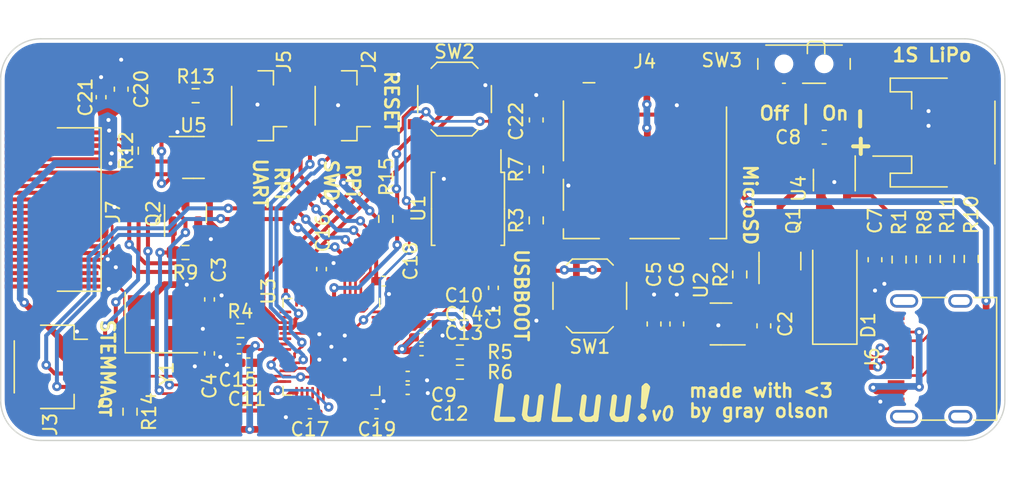
<source format=kicad_pcb>
(kicad_pcb (version 20221018) (generator pcbnew)
  (title_block (title "LuLuu!") (date "2023-10-14") (rev "0") (company "Gray Olson") (comment 1 "Made with love by") (comment 2 "A cute and smart arm warmer sleeve ^_^"))
  (layers (0 "F.Cu" signal) (31 "B.Cu" power) (34 "B.Paste" user) (35 "F.Paste" user) (36 "B.SilkS" user "B.Silkscreen") (37 "F.SilkS" user "F.Silkscreen") (38 "B.Mask" user) (39 "F.Mask" user) (44 "Edge.Cuts" user))
  (net 0 "")
  (net 1 "+3V3")
  (net 2 "GND")
  (net 3 "Net-(D1-K)")
  (net 4 "Net-(U3-XIN)")
  (net 5 "Net-(C4-Pad2)")
  (net 6 "+5V")
  (net 7 "+BATT")
  (net 8 "+1V1")
  (net 9 "SWD_{CLOCK}")
  (net 10 "SWD")
  (net 11 "I_{2}C_{DATA}")
  (net 12 "I_{2}C_{CLOCK}")
  (net 14 "CARD ~{CS}")
  (net 15 "SPI_{MOSI}")
  (net 16 "SPI_{CLOCK}")
  (net 17 "SPI_{MISO}")
  (net 19 "UART_{RX}")
  (net 20 "UART_{TX}")
  (net 21 "Net-(J6-CC1)")
  (net 22 "USB_D+")
  (net 23 "USB_D-")
  (net 25 "Net-(J6-CC2)")
  (net 28 "Net-(J7-BACKLIGHT_{K})")
  (net 29 "DISP ~{RESET}")
  (net 30 "DISP ~{CS_{MAIN}}")
  (net 31 "DISP CS_{DATA{slash}~{CMD}}")
  (net 32 "DISP VSYNC")
  (net 34 "DISP BACKLIGHT")
  (net 35 "Net-(Q2-D)")
  (net 36 "Net-(U2-EN)")
  (net 37 "Net-(U1-~{CS})")
  (net 38 "Net-(U3-XOUT)")
  (net 39 "Net-(U3-RUN)")
  (net 40 "Net-(U4-PROG)")
  (net 41 "Net-(U1-DO(IO1))")
  (net 42 "Net-(U1-IO2)")
  (net 43 "Net-(U1-DI(IO0))")
  (net 44 "Net-(U1-CLK)")
  (net 45 "Net-(U1-IO3)")
  (net 65 "Net-(J1-Pin_1)")
  (net 66 "/USBR_D-")
  (net 67 "/USBR_D+")
  (footprint "Package_TO_SOT_SMD:SOT-23" (layer "F.Cu") (at 170.4375 94.85 90)
    (fp_text reference "Q1")
    (fp_text value "AO3401A" hide)
  )
  (footprint "Connector_JST:JST_PH_S2B-PH-SM4-TB_1x02-1MP_P2.00mm_Horizontal" (layer "F.Cu") (at 181.9875 85.25 90)
    (fp_text reference "J1" hide)
    (fp_text value "BATT_CON")
  )
  (footprint "Connector_Card:microSD_HC_Molex_104031-0811" (layer "F.Cu") (at 160.3375 87.35)
    (fp_text reference "J4")
    (fp_text value "Micro_SD_Card")
  )
  (footprint "Capacitor_SMD:C_0603_1608Metric_Pad1.08x0.95mm_HandSolder" (layer "F.Cu") (at 121.2375 82.0125 90)
    (fp_text reference "C20")
    (fp_text value "10uf")
  )
  (footprint "Resistor_SMD:R_0603_1608Metric_Pad0.98x0.95mm_HandSolder" (layer "F.Cu") (at 152.2375 88.0125 90)
    (fp_text reference "R7")
    (fp_text value "10k")
  )
  (footprint "Capacitor_SMD:C_0402_1005Metric_Pad0.74x0.62mm_HandSolder" (layer "F.Cu") (at 130.725 102.45 180)
    (fp_text reference "C11")
    (fp_text value "100nf" hide)
  )
  (footprint "luluu:SW_SPDT_PCM12" (layer "F.Cu") (at 172.2375 80.45 180)
    (fp_text reference "SW3")
    (fp_text value "SW_POWER")
  )
  (footprint "Resistor_SMD:R_0603_1608Metric_Pad0.98x0.95mm_HandSolder" (layer "F.Cu") (at 121.9 106.1 -90)
    (fp_text reference "R14")
    (fp_text value "10k")
  )
  (footprint "Capacitor_SMD:C_0402_1005Metric_Pad0.74x0.62mm_HandSolder" (layer "F.Cu") (at 143.67 101.55)
    (fp_text reference "C13")
    (fp_text value "100nf" hide)
  )
  (footprint "Capacitor_SMD:C_0402_1005Metric_Pad0.74x0.62mm_HandSolder" (layer "F.Cu") (at 130.0375 101.4125 180)
    (fp_text reference "C15")
    (fp_text value "100nf" hide)
  )
  (footprint "Package_TO_SOT_SMD:SOT-23" (layer "F.Cu") (at 126.0375 91.3125 90)
    (fp_text reference "Q2")
    (fp_text value "BSS138")
  )
  (footprint "Capacitor_SMD:C_0402_1005Metric_Pad0.74x0.62mm_HandSolder" (layer "F.Cu") (at 119.7375 82.6125 90)
    (fp_text reference "C21")
    (fp_text value "100nf")
  )
  (footprint "Capacitor_SMD:C_0402_1005Metric_Pad0.74x0.62mm_HandSolder" (layer "F.Cu") (at 143.672464 100.55)
    (fp_text reference "C14")
    (fp_text value "100nf" hide)
  )
  (footprint "luluu:FPC_24_SOLDER" (layer "F.Cu") (at 117.7375 91 -90)
    (fp_text reference "J7")
    (fp_text value "DISP_LCD_ST7789" hide)
  )
  (footprint "Capacitor_SMD:C_0603_1608Metric_Pad1.08x0.95mm_HandSolder" (layer "F.Cu") (at 169.2375 99.6875 90)
    (fp_text reference "C2")
    (fp_text value "10uf")
  )
  (footprint "Capacitor_SMD:C_0402_1005Metric_Pad0.74x0.62mm_HandSolder" (layer "F.Cu") (at 135.3375 106.25 180)
    (fp_text reference "C17")
    (fp_text value "100nf" hide)
  )
  (footprint "Package_SO:SOIC-8_5.23x5.23mm_P1.27mm" (layer "F.Cu") (at 147.1375 90.95 -90)
    (fp_text reference "U1")
    (fp_text value "W25Q128JVSS")
  )
  (footprint "Resistor_SMD:R_0603_1608Metric_Pad0.98x0.95mm_HandSolder" (layer "F.Cu") (at 123.0375 86.6125 90)
    (fp_text reference "R12")
    (fp_text value "10")
  )
  (footprint "Resistor_SMD:R_0603_1608Metric_Pad0.98x0.95mm_HandSolder" (layer "F.Cu") (at 126.8 82.5)
    (fp_text reference "R13")
    (fp_text value "10k")
  )
  (footprint "Capacitor_SMD:C_0603_1608Metric_Pad1.08x0.95mm_HandSolder" (layer "F.Cu") (at 152.2375 84.3125 90)
    (fp_text reference "C22")
    (fp_text value "10uf" hide)
  )
  (footprint "Resistor_SMD:R_0603_1608Metric_Pad0.98x0.95mm_HandSolder" (layer "F.Cu") (at 130.1375 100.05)
    (fp_text reference "R4")
    (fp_text value "1k" hide)
  )
  (footprint "Capacitor_SMD:C_0402_1005Metric_Pad0.74x0.62mm_HandSolder" (layer "F.Cu") (at 127.8375 101.75 90)
    (fp_text reference "C4")
    (fp_text value "30pf" hide)
  )
  (footprint "Resistor_SMD:R_0603_1608Metric_Pad0.98x0.95mm_HandSolder" (layer "F.Cu") (at 152.2375 91.8125 90)
    (fp_text reference "R3")
    (fp_text value "10k" hide)
  )
  (footprint "Capacitor_SMD:C_0603_1608Metric_Pad1.08x0.95mm_HandSolder" (layer "F.Cu") (at 173.75 85.6)
    (fp_text reference "C8")
    (fp_text value "10uf" hide)
  )
  (footprint "Capacitor_SMD:C_0402_1005Metric_Pad0.74x0.62mm_HandSolder" (layer "F.Cu") (at 142.6375 104.45)
    (fp_text reference "C12")
    (fp_text value "1uf" hide)
  )
  (footprint "Capacitor_SMD:C_0402_1005Metric_Pad0.74x0.62mm_HandSolder" (layer "F.Cu") (at 149.0375 96.85 -90)
    (fp_text reference "C1")
    (fp_text value "100nf" hide)
  )
  (footprint "Resistor_SMD:R_0603_1608Metric_Pad0.98x0.95mm_HandSolder" (layer "F.Cu") (at 184.7275 94.69 90)
    (fp_text reference "R10")
    (fp_text value "5.1k" hide)
  )
  (footprint "Connector_JST:JST_SH_BM03B-SRSS-TB_1x03-1MP_P1.00mm_Vertical" (layer "F.Cu") (at 131.5 83.25 90)
    (fp_text reference "J5")
    (fp_text value "RPi UART")
  )
  (footprint "Diode_SMD:D_SMA_Handsoldering" (layer "F.Cu") (at 174.5375 96.55 90)
    (fp_text reference "D1")
    (fp_text value "SS34" hide)
  )
  (footprint "Capacitor_SMD:C_0603_1608Metric_Pad1.08x0.95mm_HandSolder" (layer "F.Cu") (at 161.0375 99.55 90)
    (fp_text reference "C5")
    (fp_text value "10uf")
  )
  (footprint "Resistor_SMD:R_0603_1608Metric_Pad0.98x0.95mm_HandSolder" (layer "F.Cu") (at 179.3375 94.7375 90)
    (fp_text reference "R1")
    (fp_text value "10k")
  )
  (footprint "Resistor_SMD:R_0603_1608Metric_Pad0.98x0.95mm_HandSolder" (layer "F.Cu") (at 182.9325 94.69 90)
    (fp_text reference "R11")
    (fp_text value "5.1k" hide)
  )
  (footprint "Capacitor_SMD:C_0402_1005Metric_Pad0.74x0.62mm_HandSolder" (layer "F.Cu") (at 136.2 95.45 90)
    (fp_text reference "C16")
    (fp_text value "100nf" hide)
  )
  (footprint "Resistor_SMD:R_0603_1608Metric_Pad0.98x0.95mm_HandSolder" (layer "F.Cu") (at 146.5375 103.15 180)
    (fp_text reference "R6")
    (fp_text value "27" hide)
  )
  (footprint "Package_TO_SOT_SMD:SOT-23-5" (layer "F.Cu") (at 174.5 88.8 -90)
    (fp_text reference "U4")
    (fp_text value "TP4054-42" hide)
  )
  (footprint "Resistor_SMD:R_0603_1608Metric_Pad0.98x0.95mm_HandSolder" (layer "F.Cu") (at 126.0375 94.2125)
    (fp_text reference "R9")
    (fp_text value "5.1k")
  )
  (footprint "Resistor_SMD:R_0603_1608Metric_Pad0.98x0.95mm_HandSolder" (layer "F.Cu") (at 146.5375 101.65 180)
    (fp_text reference "R5")
    (fp_text value "27" hide)
  )
  (footprint "Resistor_SMD:R_0603_1608Metric_Pad0.98x0.95mm_HandSolder" (layer "F.Cu") (at 141 91.7 -90)
    (fp_text reference "R15")
    (fp_text value "10k")
  )
  (footprint "Button_Switch_SMD:SW_Push_1P1T_XKB_TS-1187A" (layer "F.Cu") (at 146.1375 82.75)
    (fp_text reference "SW2")
    (fp_text value "SW_RESET" hide)
  )
  (footprint "Package_DFN_QFN:QFN-56-1EP_7x7mm_P0.4mm_EP3.2x3.2mm" (layer "F.Cu") (at 136.9375 101.25 -90)
    (fp_text reference "U3")
    (fp_text value "RP2040" hide)
  )
  (footprint "Crystal:Crystal_SMD_3225-4Pin_3.2x2.5mm_HandSoldering" (layer "F.Cu") (at 124.2375 99.45)
    (fp_text reference "Y1")
    (fp_text value "X322512MSB4SI" hide)
  )
  (footprint "Button_Switch_SMD:SW_Push_1P1T_XKB_TS-1187A" (layer "F.Cu") (at 156.2375 97.45)
    (fp_text reference "SW1")
    (fp_text value "SW_USBBOOT" hide)
  )
  (footprint "Resistor_SMD:R_0603_1608Metric_Pad0.98x0.95mm_HandSolder" (layer "F.Cu") (at 167.4375 95.85 90)
    (fp_text reference "R2")
    (fp_text value "10k")
  )
  (footprint "Resistor_SMD:R_0603_1608Metric_Pad0.98x0.95mm_HandSolder" (layer "F.Cu") (at 181.1375 94.7125 -90)
    (fp_text reference "R8")
    (fp_text value "5.1k" hide)
  )
  (footprint "Capacitor_SMD:C_0402_1005Metric_Pad0.74x0.62mm_HandSolder" (layer "F.Cu") (at 142.6375 103.45)
    (fp_text reference "C9")
    (fp_text value "1uf" hide)
  )
  (footprint "Package_TO_SOT_SMD:SOT-23-3" (layer "F.Cu") (at 126.6375 87.1125)
    (fp_text reference "U5")
    (fp_text value "APX803S-26/29")
  )
  (footprint "Capacitor_SMD:C_0402_1005Metric_Pad0.74x0.62mm_HandSolder" (layer "F.Cu") (at 140.305 106.25)
    (fp_text reference "C19")
    (fp_text value "100nf" hide)
  )
  (footprint "Capacitor_SMD:C_0402_1005Metric_Pad0.74x0.62mm_HandSolder" (layer "F.Cu") (at 144.2375 99.55)
    (fp_text reference "C10")
    (fp_text value "100nf" hide)
  )
  (footprint "Connector_USB:USB_C_Receptacle_G-Switch_GT-USB-7010ASV" (layer "F.Cu") (at 182.8375 102.15 90)
    (fp_text reference "J6")
    (fp_text value "USB_C_Receptacle_USB2.0")
  )
  (footprint "Capacitor_SMD:C_0402_1005Metric_Pad0.74x0.62mm_HandSolder" (layer "F.Cu") (at 140.85 96.35)
    (fp_text reference "C18")
    (fp_text value "100nf" hide)
  )
  (footprint "Capacitor_SMD:C_0402_1005Metric_Pad0.74x0.62mm_HandSolder" (layer "F.Cu") (at 127.8375 97.7175 -90)
    (fp_text reference "C3")
    (fp_text value "30pf" hide)
  )
  (footprint "Capacitor_SMD:C_0603_1608Metric_Pad1.08x0.95mm_HandSolder" (layer "F.Cu") (at 177.5375 94.75 -90)
    (fp_text reference "C7")
    (fp_text value "10uf" hide)
  )
  (footprint "Connector_JST:JST_SH_SM04B-SRSS-TB_1x04-1MP_P1.00mm_Horizontal" (layer "F.Cu") (at 115.9375 102.75 -90)
    (fp_text reference "J3")
    (fp_text value "STEMMA_{QT} I_{2}C")
  )
  (footprint "Connector_JST:JST_SH_BM03B-SRSS-TB_1x03-1MP_P1.00mm_Vertical" (layer "F.Cu") (at 137.7375 83.25 90)
    (fp_text reference "J2")
    (fp_text value "RPi SWD")
  )
  (footprint "Capacitor_SMD:C_0603_1608Metric_Pad1.08x0.95mm_HandSolder" (layer "F.Cu") (at 162.7375 99.55 90)
    (fp_text reference "C6")
    (fp_text value "10uf")
  )
  (footprint "Package_TO_SOT_SMD:SOT-23-5" (layer "F.Cu") (at 166.0375 99.55 180)
    (fp_text reference "U2")
    (fp_text value "RT9080-33GJ5")
  )
  (gr_line (start 187.2375 81.25) (end 187.2375 105.25) (stroke (width 0.1)) (layer "Edge.Cuts"))
  (gr_arc (start 187.2375 105.25) (mid 186.35882 107.37132) (end 184.2375 108.25) (stroke (width 0.1)) (layer "Edge.Cuts"))
  (gr_line (start 184.2375 108.25) (end 115.2375 108.25) (stroke (width 0.1)) (layer "Edge.Cuts"))
  (gr_arc (start 115.2375 108.25) (mid 113.11618 107.37132) (end 112.2375 105.25) (stroke (width 0.1)) (layer "Edge.Cuts"))
  (gr_arc (start 184.2375 78.25) (mid 186.35882 79.12868) (end 187.2375 81.25) (stroke (width 0.1)) (layer "Edge.Cuts"))
  (gr_arc (start 112.2375 81.25) (mid 113.11618 79.12868) (end 115.2375 78.25) (stroke (width 0.1)) (layer "Edge.Cuts"))
  (gr_line (start 112.2375 105.25) (end 112.2375 81.25) (stroke (width 0.1)) (layer "Edge.Cuts"))
  (gr_line (start 115.2375 78.25) (end 184.2375 78.25) (stroke (width 0.1)) (layer "Edge.Cuts"))
  (gr_text "1S LiPo" (at 178.7375 80.05) (layer "F.SilkS") (effects (font (size 1 1) (thickness 0.2) bold) (justify left bottom)))
  (gr_text "MicroSD" (at 167.6375 87.55 -90) (layer "F.SilkS") (effects (font (size 1 1) (thickness 0.2) bold) (justify left bottom)))
  (gr_text "+" (at 175.35 87.05) (layer "F.SilkS") (effects (font (size 1.5 1.5) (thickness 0.3) bold) (justify left bottom)))
  (gr_text "LuLuu!" (at 148.45 107) (layer "F.SilkS") (effects (font (size 2.5 2.5) (thickness 0.4) bold italic) (justify left bottom)))
  (gr_text "RPi\nSWD" (at 136.3375 88.85 -90) (layer "F.SilkS") (effects (font (size 1 1) (thickness 0.2) bold) (justify bottom)))
  (gr_text "-" (at 177.2 85.35 90) (layer "F.SilkS") (effects (font (size 1.5 1.5) (thickness 0.3) bold) (justify left bottom)))
  (gr_text "RESET" (at 140.8375 80.55 -90) (layer "F.SilkS") (effects (font (size 1 1) (thickness 0.2) bold) (justify left bottom)))
  (gr_text "by gray olson" (at 163.5375 106.6125) (layer "F.SilkS") (effects (font (size 1 1) (thickness 0.2) bold) (justify left bottom)))
  (gr_text "USBBOOT" (at 150.5375 93.85 -90) (layer "F.SilkS") (effects (font (size 1 1) (thickness 0.2) bold) (justify left bottom)))
  (gr_text "v0" (at 160.65 106.85) (layer "F.SilkS") (effects (font (size 1 1) (thickness 0.2) bold italic) (justify left bottom)))
  (gr_text "RPi\nUART" (at 131.0375 89.05 -90) (layer "F.SilkS") (effects (font (size 1 1) (thickness 0.2) bold) (justify bottom)))
  (gr_text "made with <3" (at 163.5375 105.1125) (layer "F.SilkS") (effects (font (size 1 1) (thickness 0.2) bold) (justify left bottom)))
  (gr_text "Off | On" (at 168.8 84.4) (layer "F.SilkS") (effects (font (size 1 1) (thickness 0.2) bold) (justify left bottom)))
  (gr_text "STEMMA_{QT}" (at 119.6375 102.85 -90) (layer "F.SilkS") (effects (font (size 1 1) (thickness 0.2) bold) (justify bottom)))
  (segment (start 131.003392 101.4125) (end 130.605 101.4125) (width 0.2) (layer "F.Cu") (net 1))
  (segment (start 131.24868 101.167212) (end 131.531468 101.45) (width 0.2) (layer "F.Cu") (net 1))
  (segment (start 131.531468 101.45) (end 133.5 101.45) (width 0.2) (layer "F.Cu") (net 1))
  (segment (start 185.8375 102.6125) (end 180.9375 107.5125) (width 0.5) (layer "F.Cu") (net 1))
  (segment (start 143.1025 101.55) (end 142.35 101.55) (width 0.5) (layer "F.Cu") (net 1))
  (segment (start 141.3 101.65) (end 141.983238 101.65) (width 0.3) (layer "F.Cu") (net 1))
  (segment (start 120.3755 87.6125) (end 120.0375 87.6125) (width 0.2) (layer "F.Cu") (net 1))
  (segment (start 157.2 100.4125) (end 156.634314 100.4125) (width 0.5) (layer "F.Cu") (net 1))
  (segment (start 155.5975 93.972752) (end 155.5975 87.384314) (width 0.5) (layer "F.Cu") (net 1))
  (segment (start 122.345 107.42) (end 119.1125 104.1875) (width 0.5) (layer "F.Cu") (net 1))
  (segment (start 141.1 101.85) (end 140.375 101.85) (width 0.2) (layer "F.Cu") (net 1))
  (segment (start 120.2875 84.3125) (end 120.1875 84.2125) (width 0.3) (layer "F.Cu") (net 1))
  (segment (start 120.0375 87.6125) (end 119.9 87.75) (width 0.2) (layer "F.Cu") (net 1))
  (segment (start 165.2835 79.246) (end 141.2 79.246) (width 0.5) (layer "F.Cu") (net 1))
  (segment (start 160.5325 91.380686) (end 160.5325 84.9325) (width 0.5) (layer "F.Cu") (net 1))
  (segment (start 141.2 79.246) (end 129.254 79.246) (width 0.5) (layer "F.Cu") (net 1))
  (segment (start 141.3 101.65) (end 141.1 101.45) (width 0.2) (layer "F.Cu") (net 1))
  (segment (start 140.2825 91.5825) (end 140.2825 96.35) (width 0.3) (layer "F.Cu") (net 1))
  (segment (start 120.1875 84.2125) (end 120.0375 84.2125) (width 0.3) (layer "F.Cu") (net 1))
  (segment (start 120.0425 82.875) (end 119.7375 83.18) (width 0.3) (layer "F.Cu") (net 1))
  (segment (start 151.934314 95.7125) (end 150.0375 95.7125) (width 0.5) (layer "F.Cu") (net 1))
  (segment (start 142.07 105.2525) (end 142.07 104.45) (width 0.5) (layer "F.Cu") (net 1))
  (segment (start 161.0375 100.4125) (end 162.7375 100.4125) (width 0.5) (layer "F.Cu") (net 1))
  (segment (start 139.8 91.1) (end 140.2825 91.5825) (width 0.3) (layer "F.Cu") (net 1))
  (segment (start 150.0375 95.7125) (end 149.5375 95.7125) (width 0.5) (layer "F.Cu") (net 1))
  (segment (start 149.5375 95.7125) (end 149.0425 95.2175) (width 0.5) (layer "F.Cu") (net 1))
  (segment (start 119.1125 104.1875) (end 119.1125 102.872182) (width 0.5) (layer "F.Cu") (net 1))
  (segment (start 127.8375 87.175) (end 127.8375 91.981129) (width 0.5) (layer "F.Cu") (net 1))
  (segment (start 114 97.95) (end 116.7625 100.7125) (width 0.5) (layer "F.Cu") (net 1))
  (segment (start 155.5975 87.384314) (end 153.388186 85.175) (width 0.5) (layer "F.Cu") (net 1))
  (segment (start 162.825 100.5) (end 162.7375 100.4125) (width 0.3) (layer "F.Cu") (net 1))
  (segment (start 119.775 86.75) (end 120.0375 87.0125) (width 0.2) (layer "F.Cu") (net 1))
  (segment (start 116.0375 86.75) (end 119.775 86.75) (width 0.2) (layer "F.Cu") (net 1))
  (segment (start 121.2375 82.875) (end 120.0425 82.875) (width 0.3) (layer "F.Cu") (net 1))
  (segment (start 149.0375 96.2825) (end 149.0375 96.406532) (width 0.3) (layer "F.Cu") (net 1))
  (segment (start 127.8375 91.981129) (end 128.7375 92.881129) (width 0.5) (layer "F.Cu") (net 1))
  (segment (start 167.6875 89.9625) (end 167.6875 81.65) (width 0.5) (layer "F.Cu") (net 1))
  (segment (start 139.5375 106.05) (end 139.7375 106.25) (width 0.2) (layer "F.Cu") (net 1))
  (segment (start 128.7375 93.543871) (end 128.068871 94.2125) (width 0.5) (layer "F.Cu") (net 1))
  (segment (start 141 92.3) (end 140.2825 91.5825) (width 0.3) (layer "F.Cu") (net 1))
  (segment (start 120.0375 87.0125) (end 120.2375 86.8125) (width 0.2) (layer "F.Cu") (net 1))
  (segment (start 140.5375 107.42) (end 137.6375 107.42) (width 0.5) (layer "F.Cu") (net 1))
  (segment (start 139.5375 98.344974) (end 139.332474 98.55) (width 0.3) (layer "F.Cu") (net 1))
  (segment (start 141.1375 84.2625) (end 141.1375 79.3085) (width 0.5) (layer "F.Cu") (net 1))
  (segment (start 144.2375 107.42) (end 142.07 105.2525) (width 0.5) (layer "F.Cu") (net 1))
  (segment (start 116.7625 100.7125) (end 116.7625 101.85) (width 0.5) (layer "F.Cu") (net 1))
  (segment (start 156.634314 100.4125) (end 155.235907 99.014093) (width 0.5) (layer "F.Cu") (net 1))
  (segment (start 163.8375 99.1125) (end 163.8375 97.318629) (width 0.5) (layer "F.Cu") (net 1))
  (segment (start 139.5375 104.6875) (end 139.5375 106.05) (width 0.2) (layer "F.Cu") (net 1))
  (segment (start 152.2375 90.9) (end 153.1125 90.025) (width 0.5) (layer "F.Cu") (net 1))
  (segment (start 142.35 101.55) (end 142.216619 101.416619) (width 0.5) (layer "F.Cu") (net 1))
  (segment (start 163.8375 97.318629) (end 163.068871 96.55) (width 0.5) (layer "F.Cu") (net 1))
  (segment (start 160.5 81.9325) (end 160.5325 81.9) (width 0.5) (layer "F.Cu") (net 1))
  (segment (start 149.0425 94.55) (end 149.0425 96.2775) (width 0.3) (layer "F.Cu") (net 1))
  (segment (start 160.5 83.15) (end 160.5 81.9325) (width 0.5) (layer "F.Cu") (net 1))
  (segment (start 116.0375 85.25) (end 119.8 85.25) (width 0.3) (layer "F.Cu") (net 1))
  (segment (start 135.9375 106.2175) (end 135.905 106.25) (width 0.2) (layer "F.Cu") (net 1))
  (segment (start 160.5325 84.9325) (end 160.5 84.9) (width 0.5) (layer "F.Cu") (net 1))
  (segment (start 121.2375 83.3625) (end 121.2375 82.875) (width 0.3) (layer "F.Cu") (net 1))
  (segment (start 161.0375 100.4125) (end 157.2 100.4125) (width 0.5) (layer "F.Cu") (net 1))
  (segment (start 127.775 80.725) (end 127.775 87.1125) (width 0.5) (layer "F.Cu") (net 1))
  (segment (start 137.075 107.42) (end 135.905 106.25) (width 0.5) (layer "F.Cu") (net 1))
  (segment (start 119.8 87.25) (end 116.0375 87.25) (width 0.2) (layer "F.Cu") (net 1))
  (segment (start 149.0425 95.2175) (end 149.0425 94.55) (width 0.5) (layer "F.Cu") (net 1))
  (segment (start 141.983238 101.65) (end 142.216619 101.416619) (width 0.3) (layer "F.Cu") (net 1))
  (segment (start 128.7375 92.881129) (end 128.7375 93.543871) (width 0.5) (layer "F.Cu") (net 1))
  (segment (start 116.7625 101.85) (end 117.1625 102.25) (width 0.5) (layer "F.Cu") (net 1))
  (segment (start 153.388186 85.175) (end 152.2375 85.175) (width 0.5) (layer "F.Cu") (net 1))
  (segment (start 135.9375 96.28) (end 136.2 96.0175) (width 0.2) (layer "F.Cu") (net 1))
  (segment (start 139.332474 98.55) (end 136.075 98.55) (width 0.3) (layer "F.Cu") (net 1))
  (segment (start 119.1125 102.872182) (end 118.490318 102.25) (width 0.5) (layer "F.Cu") (net 1))
  (segment (start 137.6375 107.42) (end 137.075 107.42) (width 0.5) (layer "F.Cu") (net 1))
  (segment (start 131.24868 101.167212) (end 131.003392 101.4125) (width 0.2) (layer "F.Cu") (net 1))
  (segment (start 127.775 87.1125) (end 127.8375 87.175) (width 0.5) (layer "F.Cu") (net 1))
  (segment (start 119.7375 83.9125) (end 119.7375 83.18) (width 0.3) (layer "F.Cu") (net 1))
  (segment (start 136.075 98.55) (end 135.9375 98.4125) (width 0.3) (layer "F.Cu") (net 1))
  (segment (start 140.375 103.85) (end 141.47 103.85) (width 0.2) (layer "F.Cu") (net 1))
  (segment (start 163.8375 95.145686) (end 163.8375 99.1125) (width 0.5) (layer "F.Cu") (net 1))
  (segment (start 149.0425 96.2775) (end 149.0375 96.2825) (width 0.3) (layer "F.Cu") (net 1))
  (segment (start 139.7375 106.62) (end 139.7375 106.25) (width 0.5) (layer "F.Cu") (net 1))
  (segment (start 167.6875 81.65) (end 165.2835 79.246) (width 0.5) (layer "F.Cu") (net 1))
  (segment (start 163.8375 94.685686) (end 160.5325 91.380686) (width 0.5) (layer "F.Cu") (net 1))
  (segment (start 164.9 100.5) (end 162.825 100.5) (width 0.3) (layer "F.Cu") (net 1))
  (segment (start 143.104964 100.55) (end 143.083238 100.55) (width 0.5) (layer "F.Cu") (net 1))
  (segment (start 168.1375 90.4125) (end 168.1375 90.845686) (width 0.5) (layer "F.Cu") (net 1))
  (segment (start 153.1125 90.025) (end 153.1125 87.975) (width 0.5) (layer "F.Cu") (net 1))
  (segment (start 137.85 87.55) (end 141.1375 84.2625) (width 0.5) (layer "F.Cu") (net 1))
  (segment (start 149.5375 95.7125) (end 149.0375 96.2125) (width 0.5) (layer "F.Cu") (net 1))
  (segment (start 135.9375 98.4125) (end 135.9375 97.8125) (width 0.3) (layer "F.Cu") (net 1))
  (segment (start 120.0375 87.0125) (end 120.0375 87.6125) (width 0.2) (layer "F.Cu") (net 1))
  (segment (start 155.235907 94.334345) (end 152.2375 91.335938) (width 0.5) (layer "F.Cu") (net 1))
  (segment (start 155.235907 99.014093) (end 151.934314 95.7125) (width 0.5) (layer "F.Cu") (net 1))
  (segment (start 163.8375 99.1125) (end 163.8375 94.685686) (width 0.5) (layer "F.Cu") (net 1))
  (segment (start 141.1 101.45) (end 140.375 101.45) (width 0.2) (layer "F.Cu") (net 1))
  (segment (start 120.0375 85.0125) (end 120.0375 84.2125) (width 0.3) (layer "F.Cu") (net 1))
  (segment (start 128.068871 94.2125) (end 126.95 94.2125) (width 0.5) (layer "F.Cu") (net 1))
  (segment (start 139.5375 97.8125) (end 139.5375 97.095) (width 0.3) (layer "F.Cu") (net 1))
  (segment (start 137.6375 107.42) (end 122.345 107.42) (width 0.5) (layer "F.Cu") (net 1))
  (segment (start 152.2375 91.335938) (end 152.2375 90.9) (width 0.5) (layer "F.Cu") (net 1))
  (segment (start 155.235907 99.014093) (end 155.235907 96.8125) (width 0.5) (layer "F.Cu") (net 1))
  (segment (start 137.85 89) (end 137.85 87.55) (width 0.5) (layer "F.Cu") (net 1))
  (segment (start 135.9375 97.8125) (end 135.9375 96.28) (width 0.2) (layer "F.Cu") (net 1))
  (segment (start 185.8375 97.8125) (end 185.8375 102.6125) (width 0.5) (layer "F.Cu") (net 1))
  (segment (start 141.07 103.45) (end 142.07 104.45) (width 0.2) (layer "F.Cu") (net 1))
  (segment (start 144.2375 107.42) (end 140.5375 107.42) (width 0.5) (layer "F.Cu") (net 1))
  (segment (start 117.1625 102.25) (end 117.9375 102.25) (width 0.5) (layer "F.Cu") (net 1))
  (segment (start 155.235907 96.8125) (end 155.235907 94.334345) (width 0.5) (layer "F.Cu") (net 1))
  (segment (start 168.1375 90.845686) (end 163.8375 95.145686) (width 0.5) (layer "F.Cu") (net 1))
  (segment (start 120.2875 84.3125) (end 120.2875 84.7625) (width 0.3) (layer "F.Cu") (net 1))
  (segment (start 119.8 85.25) (end 120.0375 85.0125) (width 0.3) (layer "F.Cu") (net 1))
  (segment (start 120.4375 87.5505) (end 120.3755 87.6125) (width 0.2) (layer "F.Cu") (net 1))
  (segment (start 155.235907 94.334345) (end 155.5975 93.972752) (width 0.5) (layer "F.Cu") (net 1))
  (segment (start 140.375 103.45) (end 141.07 103.45) (width 0.2) (layer "F.Cu") (net 1))
  (segment (start 139.5375 97.8125) (end 139.5375 98.344974) (width 0.3) (layer "F.Cu") (net 1))
  (segment (start 163.068871 96.55) (end 157.5 96.55) (width 0.5) (layer "F.Cu") (net 1))
  (segment (start 147.817963 100.4) (end 157.1875 100.4) (width 0.5) (layer "F.Cu") (net 1))
  (segment (start 139.5375 97.095) (end 140.2825 96.35) (width 0.3) (layer "F.Cu") (net 1))
  (segment (start 144.33 107.5125) (end 144.2375 107.42) (width 0.5) (layer "F.Cu") (net 1))
  (segment (start 163.8375 99.1125) (end 163.8375 99.4375) (width 0.5) (layer "F.Cu") (net 1))
  (segment (start 120.2875 84.3125) (end 121.2375 83.3625) (width 0.3) (layer "F.Cu") (net 1))
  (segment (start 153.1125 87.975) (end 152.2375 87.1) (width 0.5) (layer "F.Cu") (net 1))
  (segment (start 168.1375 90.4125) (end 167.6875 89.9625) (width 0.5) (layer "F.Cu") (net 1))
  (segment (start 143.083238 100.55) (end 142.216619 101.416619) (width 0.5) (layer "F.Cu") (net 1))
  (segment (start 141.1375 79.3085) (end 141.2 79.246) (width 0.5) (layer "F.Cu") (net 1))
  (segment (start 140.5375 107.42) (end 139.7375 106.62) (width 0.5) (layer "F.Cu") (net 1))
  (segment (start 120.2875 84.7625) (end 119.8 85.25) (width 0.3) (layer "F.Cu") (net 1))
  (segment (start 141.47 103.85) (end 142.07 104.45) (width 0.2) (layer "F.Cu") (net 1))
  (segment (start 120.2375 86.8125) (end 120.5375 86.8125) (width 0.2) (layer "F.Cu") (net 1))
  (segment (start 149.0375 96.2125) (end 149.0375 96.2825) (width 0.5) (layer "F.Cu") (net 1))
  (segment (start 163.8375 99.4375) (end 164.9 100.5) (width 0.5) (layer "F.Cu") (net 1))
  (segment (start 180.9375 107.5125) (end 144.33 107.5125) (width 0.5) (layer "F.Cu") (net 1))
  (segment (start 119.9 87.75) (end 116.0375 87.75) (width 0.2) (layer "F.Cu") (net 1))
  (segment (start 157.1875 100.4) (end 157.2 100.4125) (width 0.5) (layer "F.Cu") (net 1))
  (segment (start 146.867963 99.45) (end 147.817963 100.4) (width 0.5) (layer "F.Cu") (net 1))
  (segment (start 157.5 96.55) (end 155.135907 98.914093) (width 0.5) (layer "F.Cu") (net 1))
  (segment (start 120.0375 84.2125) (end 119.7375 83.9125) (width 0.3) (layer "F.Cu") (net 1))
  (segment (start 135.9375 104.6875) (end 135.9375 106.2175) (width 0.2) (layer "F.Cu") (net 1))
  (segment (start 141.3 101.65) (end 141.1 101.85) (width 0.2) (layer "F.Cu") (net 1))
  (segment (start 120.0375 87.0125) (end 119.8 87.25) (width 0.2) (layer "F.Cu") (net 1))
  (segment (start 141 92.6125) (end 141 92.3) (width 0.3) (layer "F.Cu") (net 1))
  (segment (start 118.490318 102.25) (end 117.9375 102.25) (width 0.5) (layer "F.Cu") (net 1))
  (segment (start 129.254 79.246) (end 127.775 80.725) (width 0.5) (layer "F.Cu") (net 1))
  (segment (start 152.2375 87.1) (end 152.2375 85.175) (width 0.5) (layer "F.Cu") (net 1))
  (via (at 114 97.95) (size 0.7) (drill 0.3) (layers "F.Cu" "B.Cu") (net 1))
  (via (at 120.3375 85.1005) (size 0.7) (drill 0.3) (layers "F.Cu" "B.Cu") (net 1))
  (via (at 120.5375 86.8125) (size 0.7) (drill 0.3) (layers "F.Cu" "B.Cu") (net 1))
  (via (at 120.4375 87.5505) (size 0.7) (drill 0.3) (layers "F.Cu" "B.Cu") (net 1))
  (via (at 139.8 91.1) (size 0.7) (drill 0.3) (layers "F.Cu" "B.Cu") (net 1))
  (via (at 131.24868 101.167212) (size 0.7) (drill 0.3) (layers "F.Cu" "B.Cu") (net 1))
  (via (at 185.8375 97.8125) (size 0.7) (drill 0.3) (layers "F.Cu" "B.Cu") (net 1))
  (via (at 137.85 89) (size 0.7) (drill 0.3) (layers "F.Cu" "B.Cu") (net 1))
  (via (at 146.867963 99.45) (size 0.7) (drill 0.3) (layers "F.Cu" "B.Cu") (net 1))
  (via (at 120.2875 84.3125) (size 0.7) (drill 0.3) (layers "F.Cu" "B.Cu") (net 1))
  (via (at 160.5 83.15) (size 0.7) (drill 0.3) (layers "F.Cu" "B.Cu") (net 1))
  (via (at 130.8375 107.42) (size 0.7) (drill 0.3) (layers "F.Cu" "B.Cu") (net 1))
  (via (at 168.1375 90.4125) (size 0.7) (drill 0.3) (layers "F.Cu" "B.Cu") (net 1))
  (via (at 160.5 84.9) (size 0.7) (drill 0.3) (layers "F.Cu" "B.Cu") (net 1))
  (via (at 142.216619 101.416619) (size 0.7) (drill 0.3) (layers "F.Cu" "B.Cu") (net 1))
  (segment (start 184.7375 91.3125) (end 183.8375 90.4125) (width 0.5) (layer "B.Cu") (net 1))
  (segment (start 146.230463 98.8125) (end 144.820738 98.8125) (width 0.3) (layer "B.Cu") (net 1))
  (segment (start 113.7 90.15) (end 116.2995 87.5505) (width 0.5) (layer "B.Cu") (net 1))
  (segment (start 116.2995 87.5505) (end 120.4375 87.5505) (width 0.5) (layer "B.Cu") (net 1))
  (segment (start 160.5 84.9) (end 160.5 83.15) (width 0.5) (layer "B.Cu") (net 1))
  (segment (start 185.8375 92.4125) (end 184.7375 91.3125) (width 0.5) (layer "B.Cu") (net 1))
  (segment (start 185.8375 97.8125) (end 185.8375 92.4125) (width 0.5) (layer "B.Cu") (net 1))
  (segment (start 146.867963 99.45) (end 146.230463 98.8125) (width 0.3) (layer "B.Cu") (net 1))
  (segment (start 137.85 89.15) (end 139.8 91.1) (width 0.5) (layer "B.Cu") (net 1))
  (segment (start 130.8375 101.578392) (end 130.8375 107.42) (width 0.5) (layer "B.Cu") (net 1))
  (segment (start 144.820738 98.8125) (end 142.216619 101.416619) (width 0.3) (layer "B.Cu") (net 1))
  (segment (start 114 97.95) (end 113.7 97.65) (width 0.5) (layer "B.Cu") (net 1))
  (segment (start 139.8 91.1) (end 139.75 91.1) (width 0.3) (layer "B.Cu") (net 1))
  (segment (start 131.24868 101.167212) (end 130.8375 101.578392) (width 0.5) (layer "B.Cu") (net 1))
  (segment (start 142.216619 101.416619) (end 142.216619 101.383381) (width 0.3) (layer "B.Cu") (net 1))
  (segment (start 183.8375 90.4125) (end 168.1375 90.4125) (width 0.5) (layer "B.Cu") (net 1))
  (segment (start 137.85 89) (end 137.85 89.15) (width 0.5) (layer "B.Cu") (net 1))
  (segment (start 113.7 97.65) (end 113.7 90.15) (width 0.5) (layer "B.Cu") (net 1))
  (segment (start 119.875 96.25) (end 116.0375 96.25) (width 0.3) (layer "F.Cu") (net 2))
  (segment (start 116.125 86.1625) (end 116.0375 86.25) (width 0.2) (layer "F.Cu") (net 2))
  (segment (start 154.5975 88.05) (end 154.5975 89.1725) (width 0.3) (layer "F.Cu") (net 2))
  (segment (start 132.075 83.25) (end 132.0375 83.2125) (width 0.3) (layer "F.Cu") (net 2))
  (segment (start 165.8375 99.65) (end 165.7375 99.55) (width 0.3) (layer "F.Cu") (net 2))
  (segment (start 184.7275 93.7775) (end 182.9325 93.7775) (width 0.3) (layer "F.Cu") (net 2))
  (segment (start 120.257489 96.932489) (end 120.317511 96.932489) (width 0.3) (layer "F.Cu") (net 2))
  (segment (start 181.0375 84.25) (end 181.5375 84.75) (width 0.2) (layer "F.Cu") (net 2))
  (segment (start 144.2375 100.552464) (end 144.239964 100.55) (width 0.3) (layer "F.Cu") (net 2))
  (segment (start 144.239964 100.55) (end 145.1 100.55) (width 0.3) (layer "F.Cu") (net 2))
  (segment (start 129.2375 101.4125) (end 128.6375 102.0125) (width 0.5) (layer "F.Cu") (net 2))
  (segment (start 159.2375 99.325) (end 160.4 99.325) (width 0.3) (layer "F.Cu") (net 2))
  (segment (start 119.7375 82.045) (end 119.7375 81.1125) (width 0.3) (layer "F.Cu") (net 2))
  (segment (start 119.975 92.275) (end 119.9375 92.3125) (width 0.3) (layer "F.Cu") (net 2))
  (segment (start 165.9375 99.55) (end 165.8375 99.65) (width 0.3) (layer "F.Cu") (net 2))
  (segment (start 174.5 87.6625) (end 174.5 85.7125) (width 0.5) (layer "F.Cu") (net 2))
  (segment (start 120 94.25) (end 120.1 94.15) (width 0.3) (layer "F.Cu") (net 2))
  (segment (start 160.4 99.325) (end 161.0375 98.6875) (width 0.3) (layer "F.Cu") (net 2))
  (segment (start 127.1325 102.3175) (end 126.7375 102.7125) (width 0.3) (layer "F.Cu") (net 2))
  (segment (start 119.520394 91.25) (end 119.660197 91.389803) (width 0.3) (layer "F.Cu") (net 2))
  (segment (start 124.475 96.6125) (end 126.1375 96.6125) (width 0.5) (layer "F.Cu") (net 2))
  (segment (start 154.5975 89.1725) (end 154.6375 89.2125) (width 0.3) (layer "F.Cu") (net 2))
  (segment (start 125.6875 100.6) (end 126.65 100.6) (width 0.5) (layer "F.Cu") (net 2))
  (segment (start 126.9875 92.25) (end 126.9875 92.2625) (width 0.3) (layer "F.Cu") (net 2))
  (segment (start 143.875 104.45) (end 143.205 104.45) (width 0.3) (layer "F.Cu") (net 2))
  (segment (start 182.9325 93.83) (end 181.1375 95.625) (width 0.3) (layer "F.Cu") (net 2))
  (segment (start 133.5 100.25) (end 135.9375 100.25) (width 0.2) (layer "F.Cu") (net 2))
  (segment (start 116.0375 94.25) (end 120 94.25) (width 0.3) (layer "F.Cu") (net 2))
  (segment (start 144.2375 101.55) (end 144.2375 101.4125) (width 0.3) (layer "F.Cu") (net 2))
  (segment (start 174.5 85.7125) (end 174.6125 85.6) (width 0.5) (layer "F.Cu") (net 2))
  (segment (start 120.1375 92.4375) (end 120.1375 92.7125) (width 0.3) (layer "F.Cu") (net 2))
  (segment (start 121.6375 86.7125) (end 121.0875 86.1625) (width 0.2) (layer "F.Cu") (net 2))
  (segment (start 143.777214 103.45) (end 144.081691 103.754477) (width 0.3) (layer "F.Cu") (net 2))
  (segment (start 167.175 99.55) (end 165.9375 99.55) (width 0.3) (layer "F.Cu") (net 2))
  (segment (start 126.9875 92.2625) (end 127.9375 93.2125) (width 0.3) (layer "F.Cu") (net 2))
  (segment (start 153.2375 99.325) (end 152.275 99.325) (width 0.5) (layer "F.Cu") (net 2))
  (segment (start 135.9375 100.25) (end 136.9375 101.25) (width 0.2) (layer "F.Cu") (net 2))
  (segment (start 119.9375 96.6125) (end 119.9375 96.3125) (width 0.3) (layer "F.Cu") (net 2))
  (segment (start 182.9325 93.7775) (end 182.9325 93.83) (width 0.3) (layer "F.Cu") (net 2))
  (segment (start 141.975 80.875) (end 141.9375 80.9125) (width 0.5) (layer "F.Cu") (net 2))
  (segment (start 120.1 92.75) (end 116.0375 92.75) (width 0.3) (layer "F.Cu") (net 2))
  (segment (start 122.7875 98.3) (end 124.475 96.6125) (width 0.5) (layer "F.Cu") (net 2))
  (segment (start 134.5075 106.5125) (end 133.5375 106.5125) (width 0.5) (layer "F.Cu") (net 2))
  (segment (start 116.0375 90.25) (end 120.175 90.25) (width 0.2) (layer "F.Cu") (net 2))
  (segment (start 116.0375 91.25) (end 119.520394 91.25) (width 0.3) (layer "F.Cu") (net 2))
  (segment (start 126.65 100.6) (end 127.3375 99.9125) (width 0.5) (layer "F.Cu") (net 2))
  (segment (start 174.5 88.95) (end 174.5 87.6625) (width 0.5) (layer "F.Cu") (net 2))
  (segment (start 120.1 94.575) (end 120.1 94.0125) (width 0.3) (layer "F.Cu") (net 2))
  (segment (start 167.175 99.55) (end 168.5125 99.55) (width 0.3) (layer "F.Cu") (net 2))
  (segment (start 125.5 85.275) (end 125.4375 85.2125) (width 0.5) (layer "F.Cu") (net 2))
  (segment (start 119.875 92.25) (end 116.0375 92.25) (width 0.3) (layer "F.Cu") (net 2))
  (segment (start 161.0375 98.6875) (end 161.0375 97.35) (width 0.3) (layer "F.Cu") (net 2))
  (segment (start 180.9375 84.25) (end 181.5375 83.65) (width 0.2) (layer "F.Cu") (net 2))
  (segment (start 119.9375 96.3125) (end 119.875 96.25) (width 0.3) (layer "F.Cu") (net 2))
  (segment (start 149.0375 97.4175) (end 149.0375 98.4125) (width 0.3) (layer "F.Cu") (net 2))
  (segment (start 140.8725 105.3475) (end 140.8375 105.3125) (width 0.3) (layer "F.Cu") (net 2))
  (segment (start 120.2375 94.7125) (end 120.8375 95.3125) (width 0.3) (layer "F.Cu") (net 2))
  (segment (start 137.1 95) (end 136.9825 94.8825) (width 0.2) (layer "F.Cu") (net 2))
  (segment (start 143.1375 80.875) (end 141.975 80.875) (width 0.5) (layer "F.Cu") (net 2))
  (segment (start 120.1 94.15) (end 120.1 94.0125) (width 0.3) (layer "F.Cu") (net 2))
  (segment (start 129.3 102.45) (end 129.1375 102.6125) (width 0.3) (layer "F.Cu") (net 2))
  (segment (start 120.1 94.0125) (end 120.1 93.55) (width 0.3) (layer "F.Cu") (net 2))
  (segment (start 145.1 100.55) (end 145.2375 100.4125) (width 0.3) (layer "F.Cu") (net 2))
  (segment (start 162.7325 83.2075) (end 162.7375 83.2125) (width 0.3) (layer "F.Cu") (net 2))
  (segment (start 145.2325 87.35) (end 145.2325 88.6075) (width 0.5) (layer "F.Cu") (net 2))
  (segment (start 119.975 92.275) (end 120.1375 92.4375) (width 0.3) (layer "F.Cu") (net 2))
  (segment (start 119.6 93.25) (end 120.1 92.75) (width 0.3) (layer "F.Cu") (net 2))
  (segment (start 120.175 90.25) (end 120.7375 90.8125) (width 0.2) (layer "F.Cu") (net 2))
  (segment (start 152.2375 83.45) (end 152.2375 82.45) (width 0.3) (layer "F.Cu") (net 2))
  (segment (start 119.9375 96.6125) (end 120.257489 96.932489) (width 0.3) (layer "F.Cu") (net 2))
  (segment (start 162.7325 81.9) (end 162.7325 83.2075) (width 0.3) (layer "F.Cu") (net 2))
  (segment (start 132.94375 83.2) (end 131.45625 83.2) (width 0.3) (layer "F.Cu") (net 2))
  (segment (start 116.0375 96.75) (end 119.8 96.75) (width 0.3) (layer "F.Cu") (net 2))
  (segment (start 136.9825 94.8825) (end 136.2 94.8825) (width 0.2) (layer "F.Cu") (net 2))
  (segment (start 129.47 101.4125) (end 129.2375 101.4125) (width 0.5) (layer "F.Cu") (net 2))
  (segment (start 119.975 91.75) (end 116.0375 91.75) (width 0.3) (layer "F.Cu") (net 2))
  (segment (start 137.475 83.25) (end 137.4375 83.2125) (width 0.3) (layer "F.Cu") (net 2))
  (segment (start 125.5 86.1625) (end 125.5 85.275) (width 0.5) (layer "F.Cu") (net 2))
  (segment (start 141.2375 96.53) (end 141.4175 96.35) (width 0.3) (layer "F.Cu") (net 2))
  (segment (start 179.1125 105.35) (end 177.9375 105.35) (width 0.3) (layer "F.Cu") (net 2))
  (segment (start 134.77 106.25) (end 134.5075 106.5125) (width 0.5) (layer "F.Cu") (net 2))
  (segment (start 119.975 91.75) (end 119.975 92.275) (width 0.3) (layer "F.Cu") (net 2))
  (segment (start 152.275 99.325) (end 152.25 99.3) (width 0.5) (layer "F.Cu") (net 2))
  (segment (start 117.9375 101.25) (end 117.9375 100.1125) (width 0.3) (layer "F.Cu") (net 2))
  (segment (start 179.1375 84.25) (end 181.0375 84.25) (width 0.2) (layer "F.Cu") (net 2))
  (segment (start 139.0625 83.25) (end 137.475 83.25) (width 0.3) (layer "F.Cu") (net 2))
  (segment (start 149.1375 80.875) (end 149.1375 81.0125) (width 0.3) (layer "F.Cu") (net 2))
  (segment (start 120.1375 92.7125) (end 120.1 92.75) (width 0.3) (layer "F.Cu") (net 2))
  (segment (start 145.7 99.55) (end 145.7375 99.5125) (width 0.3) (layer "F.Cu") (net 2))
  (segment (start 116.0375 94.75) (end 120.2 94.75) (width 0.3) (layer "F.Cu") (net 2))
  (segment (start 119.9 93.75) (end 120.1 93.55) (width 0.3) (layer "F.Cu") (net 2))
  (segment (start 120.2 94.75) (end 120.2375 94.7125) (width 0.3) (layer "F.Cu") (net 2))
  (segment (start 179.1375 84.25) (end 180.9375 84.25) (width 0.2) (layer "F.Cu") (net 2))
  (segment (start 119.8 96.75) (end 119.9375 96.6125) (width 0.3) (layer "F.Cu") (net 2))
  (segment (start 119.9375 92.3125) (end 119.875 92.25) (width 0.3) (layer "F.Cu") (net 2))
  (segment (start 144.2375 101.4125) (end 145.2375 100.4125) (width 0.3) (layer "F.Cu") (net 2))
  (segment (start 130.1575 102.45) (end 129.3 102.45) (width 0.3) (layer "F.Cu") (net 2))
  (segment (start 149.1375 81.0125) (end 148.4375 81.7125) (width 0.3) (layer "F.Cu") (net 2))
  (segment (start 127.8375 102.3175) (end 127.1325 102.3175) (width 0.3) (layer "F.Cu") (net 2))
  (segment (start 141.2375 97.3125) (end 141.2375 96.53) (width 0.3) (layer "F.Cu") (net 2))
  (segment (start 116.0375 93.75) (end 119.9 93.75) (width 0.3) (layer "F.Cu") (net 2))
  (segment (start 145.2325 88.6075) (end 145.3375 88.7125) (width 0.5) (layer "F.Cu") (net 2))
  (segment (start 140.8725 106.25) (end 140.8725 105.3475) (width 0.3) (layer "F.Cu") (net 2))
  (segment (start 128.475 97.15) (end 128.7375 97.4125) (width 0.3) (layer "F.Cu") (net 2))
  (segment (start 144.805 99.55) (end 145.7 99.55) (width 0.3) (layer "F.Cu") (net 2))
  (segment (start 120.2375 94.7125) (end 120.1 94.575) (width 0.3) (layer "F.Cu") (net 2))
  (segment (start 121.0875 86.1625) (end 116.125 86.1625) (width 0.2) (layer "F.Cu") (net 2))
  (segment (start 127.8375 97.15) (end 128.475 97.15) (width 0.3) (layer "F.Cu") (net 2))
  (segment (start 162.7375 98.6875) (end 162.7375 97.35) (width 0.3) (layer "F.Cu") (net 2))
  (segment (start 168.5125 99.55) (end 169.2375 98.825) (width 0.3) (layer "F.Cu") (net 2))
  (segment (start 116.0375 93.25) (end 119.6 93.25) (width 0.3) (layer "F.Cu") (net 2))
  (segment (start 143.205 103.45) (end 143.777214 103.45) (width 0.3) (layer "F.Cu") (net 2))
  (segment (start 119.660197 91.435197) (end 119.975 91.75) (width 0.3) (layer "F.Cu") (net 2))
  (segment (start 119.660197 91.389803) (end 119.660197 91.435197) (width 0.3) (layer "F.Cu") (net 2))
  (segment (start 121.2375 81.15) (end 121.2375 79.8125) (width 0.3) (layer "F.Cu") (net 2))
  (segment (start 120.1 93.55) (end 120.1 92.75) (width 0.3) (layer "F.Cu") (net 2))
  (segment (start 144.1375 104.7125) (end 143.875 104.45) (width 0.3) (layer "F.Cu") (net 2))
  (via (at 145.7375 99.5125) (size 0.7) (drill 0.3) (layers "F.Cu" "B.Cu") (net 2))
  (via (at 125.4375 85.2125) (size 0.7) (drill 0.3) (layers "F.Cu" "B.Cu") (net 2))
  (via (at 148.4375 81.7125) (size 0.7) (drill 0.3) (layers "F.Cu" "B.Cu") (net 2))
  (via (at 120.2375 94.7125) (size 0.7) (drill 0.3) (layers "F.Cu" "B.Cu") (net 2))
  (via (at 126.1375 96.6125) (size 0.7) (drill 0.3) (layers "F.Cu" "B.Cu") (net 2))
  (via (at 145.3375 88.7125) (size 0.7) (drill 0.3) (layers "F.Cu" "B.Cu") (net 2))
  (via (at 128.7375 97.4125) (size 0.7) (drill 0.3) (layers "F.Cu" "B.Cu") (net 2))
  (via (at 165.8375 99.65) (size 0.7) (drill 0.3) (layers "F.Cu" "B.Cu") (net 2))
  (via (at 126.7375 102.7125) (size 0.7) (drill 0.3) (layers "F.Cu" "B.Cu") (net 2))
  (via (at 137.1 95) (size 0.7) (drill 0.3) (layers "F.Cu" "B.Cu") (net 2))
  (via (at 120.317511 96.932489) (size 0.7) (drill 0.3) (layers "F.Cu" "B.Cu") (net 2))
  (via (at 117.9375 100.1125) (size 0.7) (drill 0.3) (layers "F.Cu" "B.Cu") (net 2))
  (via (at 136.9375 101.25) (size 0.7) (drill 0.3) (layers "F.Cu" "B.Cu") (net 2))
  (via (at 174.5 88.95) (size 0.7) (drill 0.3) (layers "F.Cu" "B.Cu") (net 2))
  (via (at 162.7375 97.35) (size 0.7) (drill 0.3) (layers "F.Cu" "B.Cu") (net 2))
  (via (at 136.0375 102.2125) (size 0.7) (drill 0.3) (layers "F.Cu" "B.Cu") (net 2))
  (via (at 128.6375 102.0125) (size 0.7) (drill 0.3) (layers "F.Cu" "B.Cu") (net 2))
  (via (at 120.7375 90.8125) (size 0.7) (drill 0.3) (layers "F.Cu" "B.Cu") (net 2))
  (via (at 181.5375 84.75) (size 0.7) (drill 0.3) (layers "F.Cu" "B.Cu") (net 2))
  (via (at 177.9375 105.35) (size 0.7) (drill 0.3) (layers "F.Cu" "B.Cu") (net 2))
  (via (at 162.7375 83.2125) (size 0.7) (drill 0.3) (layers "F.Cu" "B.Cu") (net 2))
  (via (at 161.0375 97.35) (size 0.7) (drill 0.3) (layers "F.Cu" "B.Cu") (net 2))
  (via (at 120.8375 95.3125) (size 0.7) (drill 0.3) (layers "F.Cu" "B.Cu") (net 2))
  (via (at 121.2375 79.8125) (size 0.7) (drill 0.3) (layers "F.Cu" "B.Cu") (net 2))
  (via (at 127.9375 93.2125) (size 0.7) (drill 0.3) (layers "F.Cu" "B.Cu") (net 2))
  (via (at 149.0375 98.4125) (size 0.7) (drill 0.3) (layers "F.Cu" "B.Cu") (net 2))
  (via (at 152.2375 82.45) (size 0.7) (drill 0.3) (layers "F.Cu" "B.Cu") (net 2))
  (via (at 119.7375 81.1125) (size 0.7) (drill 0.3) (layers "F.Cu" "B.Cu") (net 2))
  (via (at 131.41875 83.1625) (size 0.7) (drill 0.3) (layers "F.Cu" "B.Cu") (net 2))
  (via (at 127.3375 99.9125) (size 0.7) (drill 0.3) (layers "F.Cu" "B.Cu") (net 2))
  (via (at 137.9375 100.4125) (size 0.7) (drill 0.3) (layers "F.Cu" "B.Cu") (net 2))
  (via (at 136.0375 100.3125) (size 0.7) (drill 0.3) (layers "F.Cu" "B.Cu") (net 2))
  (via (at 137.9375 102.2125) (size 0.7) (drill 0.3) (layers "F.Cu" "B.Cu") (net 2))
  (via (at 133.5375 106.5125) (size 0.7) (drill 0.3) (layers "F.Cu" "B.Cu") (net 2))
  (via (at 137.4375 83.2125) (size 0.7) (drill 0.3) (layers "F.Cu" "B.Cu") (net 2))
  (via (at 181.5375 83.65) (size 0.7) (drill 0.3) (layers "F.Cu" "B.Cu") (net 2))
  (via (at 145.2375 100.4125) (size 0.7) (drill 0.3) (layers "F.Cu" "B.Cu") (net 2))
  (via (at 152.25 99.3) (size 0.7) (drill 0.3) (layers "F.Cu" "B.Cu") (net 2))
  (via (at 129.1375 102.6125) (size 0.7) (drill 0.3) (layers "F.Cu" "B.Cu") (net 2))
  (via (at 177.5375 97.05) (size 0.7) (drill 0.3) (layers "F.Cu" "B.Cu") (net 2))
  (via (at 178.2375 96.55) (size 0.7) (drill 0.3) (layers "F.Cu" "B.Cu") (net 2))
  (via (at 144.1375 104.7125) (size 0.7) (drill 0.3) (layers "F.Cu" "B.Cu") (net 2))
  (via (at 140.8375 105.3125) (size 0.7) (drill 0.3) (layers "F.Cu" "B.Cu") (net 2))
  (via (at 121.6375 86.7125) (size 0.7) (drill 0.3) (layers "F.Cu" "B.Cu") (net 2))
  (via (at 144.081691 103.754477) (size 0.7) (drill 0.3) (layers "F.Cu" "B.Cu") (net 2))
  (via (at 141.2375 97.3125) (size 0.7) (drill 0.3) (layers "F.Cu" "B.Cu") (net 2))
  (via (at 141.9375 80.9125) (size 0.7) (drill 0.3) (layers "F.Cu" "B.Cu") (net 2))
  (via (at 154.6375 89.2125) (size 0.7) (drill 0.3) (layers "F.Cu" "B.Cu") (net 2))
  (segment (start 167.4375 95.252818) (end 169.109682 96.925) (width 0.5) (layer "F.Cu") (net 3))
  (segment (start 171.3875 95.9) (end 171.3875 95.7875) (width 0.3) (layer "F.Cu") (net 3))
  (segment (start 169.109682 96.925) (end 170.25 96.925) (width 0.5) (layer "F.Cu") (net 3))
  (segment (start 167.4375 94.9375) (end 167.4375 95.252818) (width 0.5) (layer "F.Cu") (net 3))
  (segment (start 167.225 100.55) (end 167.175 100.5) (width 0.3) (layer "F.Cu") (net 3))
  (segment (start 170.25 96.925) (end 171.3875 95.7875) (width 0.5) (layer "F.Cu") (net 3))
  (segment (start 169.2375 100.55) (end 167.225 100.55) (width 0.3) (layer "F.Cu") (net 3))
  (segment (start 174.5375 99.05) (end 171.3875 95.9) (width 0.3) (layer "F.Cu") (net 3))
  (segment (start 131.42693 99.25) (end 129.7375 99.25) (width 0.2) (layer "F.Cu") (net 4))
  (segment (start 129.7375 99.25) (end 128.7725 98.285) (width 0.2) (layer "F.Cu") (net 4))
  (segment (start 132.4375 100.45) (end 132.4375 100.26057) (width 0.2) (layer "F.Cu") (net 4))
  (segment (start 128.7725 98.285) (end 127.8375 98.285) (width 0.2) (layer "F.Cu") (net 4))
  (segment (start 125.7025 98.285) (end 125.6875 98.3) (width 0.2) (layer "F.Cu") (net 4))
  (segment (start 132.4375 100.26057) (end 131.42693 99.25) (width 0.2) (layer "F.Cu") (net 4))
  (segment (start 133.5 100.65) (end 132.6375 100.65) (width 0.2) (layer "F.Cu") (net 4))
  (segment (start 127.8375 98.285) (end 125.7025 98.285) (width 0.2) (layer "F.Cu") (net 4))
  (segment (start 132.6375 100.65) (end 132.4375 100.45) (width 0.2) (layer "F.Cu") (net 4))
  (segment (start 127.8375 101.1825) (end 127.22 101.8) (width 0.3) (layer "F.Cu") (net 5))
  (segment (start 129.225 100.05) (end 128.97 100.05) (width 0.3) (layer "F.Cu") (net 5))
  (segment (start 123.9875 101.8) (end 122.7875 100.6) (width 0.3) (layer "F.Cu") (net 5))
  (segment (start 127.22 101.8) (end 123.9875 101.8) (width 0.3) (layer "F.Cu") (net 5))
  (segment (start 128.97 100.05) (end 127.8375 101.1825) (width 0.3) (layer "F.Cu") (net 5))
  (segment (start 179.991538 104.25) (end 180.8375 104.25) (width 0.3) (layer "F.Cu") (net 6))
  (segment (start 179.1125 104.55) (end 179.691538 104.55) (width 0.3) (layer "F.Cu") (net 6))
  (segment (start 169.4875 95.7875) (end 170.013604 95.7875) (width 0.3) (layer "F.Cu") (net 6))
  (segment (start 171.751104 94.05) (end 174.5375 94.05) (width 0.3) (layer "F.Cu") (net 6))
  (segment (start 179.7325 99.75) (end 179.1125 99.75) (width 0.2) (layer "F.Cu") (net 6))
  (segment (start 179.691538 104.55) (end 179.991538 104.25) (width 0.3) (layer "F.Cu") (net 6))
  (segment (start 178.426814 99.75) (end 174.5375 95.860686) (width 0.5) (layer "F.Cu") (net 6))
  (segment (start 179.1125 99.75) (end 178.426814 99.75) (width 0.5) (layer "F.Cu") (net 6))
  (segment (start 170.013604 95.7875) (end 171.751104 94.05) (width 0.3) (layer "F.Cu") (net 6))
  (segment (start 180.8375 100.15) (end 180.1325 100.15) (width 0.2) (layer "F.Cu") (net 6))
  (segment (start 180.1325 100.15) (end 179.7325 99.75) (width 0.2) (layer "F.Cu") (net 6))
  (segment (start 177.65 104.55) (end 179.1125 104.55) (width 0.5) (layer "F.Cu") (net 6))
  (segment (start 177.4 104.3) (end 177.65 104.55) (width 0.5) (layer "F.Cu") (net 6))
  (segment (start 174.5375 95.860686) (end 174.5375 94.05) (width 0.5) (layer "F.Cu") (net 6))
  (via (at 180.8375 100.15) (size 0.7) (drill 0.3) (layers "F.Cu" "B.Cu") (net 6))
  (via (at 177.4 104.3) (size 0.7) (drill 0.3) (layers "F.Cu" "B.Cu") (net 6))
  (via (at 180.8375 104.25) (size 0.7) (drill 0.3) (layers "F.Cu" "B.Cu") (net 6))
  (segment (start 177.489 104.211) (end 177.4 104.3) (width 0.5) (layer "B.Cu") (net 6))
  (segment (start 180.8375 104.25) (end 180.7985 104.211) (width 0.5) (layer "B.Cu") (net 6))
  (segment (start 180.8375 104.25) (end 180.8375 100.15) (width 0.5) (layer "B.Cu") (net 6))
  (segment (start 180.7985 104.211) (end 177.489 104.211) (width 0.5) (layer "B.Cu") (net 6))
  (segment (start 171.4875 82.3875) (end 172.8875 83.7875) (width 0.5) (layer "F.Cu") (net 7))
  (segment (start 171.4875 81.88) (end 171.4875 82.3875) (width 0.5) (layer "F.Cu") (net 7))
  (segment (start 170.4375 90.775) (end 173.55 87.6625) (width 0.5) (layer "F.Cu") (net 7))
  (segment (start 172.8875 83.7875) (end 172.8875 85.6) (width 0.5) (layer "F.Cu") (net 7))
  (segment (start 170.4375 93.9125) (end 170.4375 90.775) (width 0.5) (layer "F.Cu") (net 7))
  (segment (start 173.55 87.6625) (end 173.55 86.2625) (width 0.5) (layer "F.Cu") (net 7))
  (segment (start 173.55 86.2625) (end 172.8875 85.6) (width 0.5) (layer "F.Cu") (net 7))
  (segment (start 140.375 103.05) (end 141.67 103.05) (width 0.2) (layer "F.Cu") (net 8))
  (segment (start 132.4375 102.6125) (end 132.4375 102.45) (width 0.2) (layer "F.Cu") (net 8))
  (segment (start 140.375 101.05) (end 139.913236 101.05) (width 0.2) (layer "F.Cu") (net 8))
  (segment (start 139.4375 103.5125) (end 134.6375 103.5125) (width 0.2) (layer "F.Cu") (net 8))
  (segment (start 141.664706 101.05) (end 142.764706 99.95) (width 0.2) (layer "F.Cu") (net 8))
  (segment (start 139.9 103.05) (end 139.7375 103.2125) (width 0.2) (layer "F.Cu") (net 8))
  (segment (start 132.4375 102.45) (end 133.0375 101.85) (width 0.2) (layer "F.Cu") (net 8))
  (segment (start 141.67 103.05) (end 142.07 103.45) (width 0.2) (layer "F.Cu") (net 8))
  (segment (start 139.55 101.413236) (end 139.55 102.686764) (width 0.2) (layer "F.Cu") (net 8))
  (segment (start 140.375 101.05) (end 141.664706 101.05) (width 0.2) (layer "F.Cu") (net 8))
  (segment (start 143.17 99.95) (end 143.57 99.55) (width 0.2) (layer "F.Cu") (net 8))
  (segment (start 139.55 102.686764) (end 139.913236 103.05) (width 0.2) (layer "F.Cu") (net 8))
  (segment (start 140.375 103.05) (end 139.9 103.05) (width 0.2) (layer "F.Cu") (net 8))
  (segment (start 131.8925 101.85) (end 131.2925 102.45) (width 0.2) (layer "F.Cu") (net 8))
  (segment (start 133.5 101.85) (end 131.8925 101.85) (width 0.2) (layer "F.Cu") (net 8))
  (segment (start 142.764706 99.95) (end 143.17 99.95) (width 0.2) (layer "F.Cu") (net 8))
  (segment (start 133.0375 101.85) (end 133.5 101.85) (width 0.2) (layer "F.Cu") (net 8))
  (segment (start 139.913236 101.05) (end 139.55 101.413236) (width 0.2) (layer "F.Cu") (net 8))
  (segment (start 139.913236 103.05) (end 140.375 103.05) (width 0.2) (layer "F.Cu") (net 8))
  (segment (start 139.7375 103.2125) (end 139.4375 103.5125) (width 0.2) (layer "F.Cu") (net 8))
  (via (at 134.6375 103.5125) (size 0.7) (drill 0.3) (layers "F.Cu" "B.Cu") (net 8))
  (via (at 132.4375 102.6125) (size 0.7) (drill 0.3) (layers "F.Cu" "B.Cu") (net 8))
  (segment (start 133.3375 103.5125) (end 132.4375 102.6125) (width 0.2) (layer "B.Cu") (net 8))
  (segment (start 134.6375 103.5125) (end 133.3375 103.5125) (width 0.2) (layer "B.Cu") (net 8))
  (segment (start 134.1875 102.024264) (end 134.1875 101.7625) (width 0.2) (layer "F.Cu") (net 9))
  (segment (start 138.35 84.25) (end 139.0625 84.25) (width 0.3) (layer "F.Cu") (net 9))
  (segment (start 137.7375 84.8625) (end 138.35 84.25) (width 0.3) (layer "F.Cu") (net 9))
  (segment (start 133.961764 102.25) (end 134.1875 102.024264) (width 0.2) (layer "F.Cu") (net 9))
  (segment (start 134.734051 100.925147) (end 134.734051 101.215949) (width 0.3) (layer "F.Cu") (net 9))
  (segment (start 136.25 87.5) (end 136.365318 87.5) (width 0.3) (layer "F.Cu") (net 9))
  (segment (start 137.7375 86.127818) (end 137.7375 84.8625) (width 0.3) (layer "F.Cu") (net 9))
  (segment (start 136.365318 87.5) (end 137.7375 86.127818) (width 0.3) (layer "F.Cu") (net 9))
  (segment (start 133.5 102.25) (end 133.961764 102.25) (width 0.2) (layer "F.Cu") (net 9))
  (segment (start 134.1875 101.7625) (end 134.734051 101.215949) (width 0.2) (layer "F.Cu") (net 9))
  (via (at 136.25 87.5) (size 0.7) (drill 0.3) (layers "F.Cu" "B.Cu") (net 9))
  (via (at 134.734051 100.925147) (size 0.7) (drill 0.3) (layers "F.Cu" "B.Cu") (net 9))
  (segment (start 132.8375 98.1375) (end 133.9 99.2) (width 0.3) (layer "B.Cu") (net 9))
  (segment (start 133.9 99.2) (end 133.9 100.091096) (width 0.3) (layer "B.Cu") (net 9))
  (segment (start 132.8375 90.9125) (end 132.8375 98.1375) (width 0.3) (layer "B.Cu") (net 9))
  (segment (start 136.25 87.68995) (end 135.62745 88.3125) (width 0.3) (layer "B.Cu") (net 9))
  (segment (start 136.25 87.5) (end 136.25 87.68995) (width 0.3) (layer "B.Cu") (net 9))
  (segment (start 135.62745 88.3125) (end 135.4375 88.3125) (width 0.3) (layer "B.Cu") (net 9))
  (segment (start 135.4375 88.3125) (end 132.8375 90.9125) (width 0.3) (layer "B.Cu") (net 9))
  (segment (start 133.9 100.091096) (end 134.734051 100.925147) (width 0.3) (layer "B.Cu") (net 9))
  (segment (start 137.41005 82.25) (end 139.0625 82.25) (width 0.3) (layer "F.Cu") (net 10))
  (segment (start 134.787 102.213) (end 134.55 102.45) (width 0.2) (layer "F.Cu") (net 10))
  (segment (start 134.55 102.45) (end 134.293313 102.45) (width 0.2) (layer "F.Cu") (net 10))
  (segment (start 134.838 102.213) (end 134.787 102.213) (width 0.2) (layer "F.Cu") (net 10))
  (segment (start 134.093313 102.65) (end 133.5 102.65) (width 0.2) (layer "F.Cu") (net 10))
  (segment (start 134.293313 102.45) (end 134.093313 102.65) (width 0.2) (layer "F.Cu") (net 10))
  (segment (start 135.3375 84.32255) (end 137.41005 82.25) (width 0.3) (layer "F.Cu") (net 10))
  (segment (start 135.3375 87.6125) (end 135.3375 84.32255) (width 0.3) (layer "F.Cu") (net 10))
  (via (at 134.838 102.213) (size 0.7) (drill 0.3) (layers "F.Cu" "B.Cu") (net 10))
  (via (at 135.3375 87.6125) (size 0.7) (drill 0.3) (layers "F.Cu" "B.Cu") (net 10))
  (segment (start 134.838 102.213) (end 134.838 101.888) (width 0.3) (layer "B.Cu") (net 10))
  (segment (start 134.838 101.888) (end 134.55 101.6) (width 0.3) (layer "B.Cu") (net 10))
  (segment (start 133.45 100.68995) (end 133.45 99.35387) (width 0.3) (layer "B.Cu") (net 10))
  (segment (start 133.45 99.35387) (end 132.4105 98.31437) (width 0.3) (layer "B.Cu") (net 10))
  (segment (start 134.55 101.6) (end 134.36005 101.6) (width 0.3) (layer "B.Cu") (net 10))
  (segment (start 134.36005 101.6) (end 133.45 100.68995) (width 0.3) (layer "B.Cu") (net 10))
  (segment (start 132.4105 90.5395) (end 135.3375 87.6125) (width 0.3) (layer "B.Cu") (net 10))
  (segment (start 132.4105 98.31437) (end 132.4105 90.5395) (width 0.3) (layer "B.Cu") (net 10))
  (segment (start 138.3375 97.8125) (end 138.3375 96.0125) (width 0.2) (layer "F.Cu") (net 11))
  (segment (start 138.3375 96.0125) (end 138.8 95.55) (width 0.2) (layer "F.Cu") (net 11))
  (segment (start 115.6375 102.6125) (end 116.275 103.25) (width 0.3) (layer "F.Cu") (net 11))
  (segment (start 138.8 94.074955) (end 138.8 95.55) (width 0.3) (layer "F.Cu") (net 11))
  (segment (start 135.024029 91.723786) (end 134.212743 90.9125) (width 0.3) (layer "F.Cu") (net 11))
  (segment (start 137.974045 93.249) (end 138.8 94.074955) (width 0.3) (layer "F.Cu") (net 11))
  (segment (start 116.275 103.25) (end 117.9375 103.25) (width 0.3) (layer "F.Cu") (net 11))
  (segment (start 134.212743 90.9125) (end 129.2375 90.9125) (width 0.3) (layer "F.Cu") (net 11))
  (via (at 135.024029 91.723786) (size 0.7) (drill 0.3) (layers "F.Cu" "B.Cu") (net 11))
  (via (at 137.974045 93.249) (size 0.7) (drill 0.3) (layers "F.Cu" "B.Cu") (net 11))
  (via (at 115.6375 102.6125) (size 0.7) (drill 0.3) (layers "F.Cu" "B.Cu") (net 11))
  (via (at 129.2375 90.9125) (size 0.7) (drill 0.3) (layers "F.Cu" "B.Cu") (net 11))
  (segment (start 120.956181 92.4) (end 118.8 94.556181) (width 0.3) (layer "B.Cu") (net 11))
  (segment (start 118.8 94.556181) (end 118.8 97.25) (width 0.3) (layer "B.Cu") (net 11))
  (segment (start 129.2375 90.9125) (end 126.24368 90.9125) (width 0.3) (layer "B.Cu") (net 11))
  (segment (start 118.8 97.25) (end 115.6375 100.4125) (width 0.3) (layer "B.Cu") (net 11))
  (segment (start 124.75618 92.4) (end 120.956181 92.4) (width 0.3) (layer "B.Cu") (net 11))
  (segment (start 136.400243 93.1) (end 137.825045 93.1) (width 0.3) (layer "B.Cu") (net 11))
  (segment (start 115.6375 100.4125) (end 115.6375 102.6125) (width 0.3) (layer "B.Cu") (net 11))
  (segment (start 137.825045 93.1) (end 137.974045 93.249) (width 0.3) (layer "B.Cu") (net 11))
  (segment (start 126.24368 90.9125) (end 124.75618 92.4) (width 0.3) (layer "B.Cu") (net 11))
  (segment (start 135.024029 91.723786) (end 136.400243 93.1) (width 0.3) (layer "B.Cu") (net 11))
  (segment (start 138.2 95.55) (end 137.9375 95.8125) (width 0.2) (layer "F.Cu") (net 12))
  (segment (start 138.2 95.55) (end 138.2 94.7995) (width 0.3) (layer "F.Cu") (net 12))
  (segment (start 117.9375 104.25) (end 116.475 104.25) (width 0.3) (layer "F.Cu") (net 12))
  (segment (start 134.45 92.35) (end 133.8125 91.7125) (width 0.3) (layer "F.Cu") (net 12))
  (segment (start 116.475 104.25) (end 116.4375 104.2125) (width 0.3) (layer "F.Cu") (net 12))
  (segment (start 138.2 94.7995) (end 137.2 93.7995) (width 0.3) (layer "F.Cu") (net 12))
  (segment (start 133.8125 91.7125) (end 128.699536 91.7125) (width 0.3) (layer "F.Cu") (net 12))
  (segment (start 137.9375 95.8125) (end 137.9375 97.8125) (width 0.2) (layer "F.Cu") (net 12))
  (segment (start 128.699536 91.7125) (end 128.668518 91.681482) (width 0.3) (layer "F.Cu") (net 12))
  (via (at 137.2 93.7995) (size 0.7) (drill 0.3) (layers "F.Cu" "B.Cu") (net 12))
  (via (at 128.668518 91.681482) (size 0.7) (drill 0.3) (layers "F.Cu" "B.Cu") (net 12))
  (via (at 134.45 92.35) (size 0.7) (drill 0.3) (layers "F.Cu" "B.Cu") (net 12))
  (via (at 116.4375 104.2125) (size 0.7) (drill 0.3) (layers "F.Cu" "B.Cu") (net 12))
  (segment (start 134.65 92.35) (end 136.0995 93.7995) (width 0.3) (layer "B.Cu") (net 12))
  (segment (start 128.6375 91.7125) (end 126.04755 91.7125) (width 0.3) (layer "B.Cu") (net 12))
  (segment (start 128.668518 91.681482) (end 128.6375 91.7125) (width 0.3) (layer "B.Cu") (net 12))
  (segment (start 126.04755 91.7125) (end 124.86005 92.9) (width 0.3) (layer "B.Cu") (net 12))
  (segment (start 121.06005 92.9) (end 119.25 94.71005) (width 0.3) (layer "B.Cu") (net 12))
  (segment (start 116.4375 100.21637) (end 116.4375 104.2125) (width 0.3) (layer "B.Cu") (net 12))
  (segment (start 124.86005 92.9) (end 121.06005 92.9) (width 0.3) (layer "B.Cu") (net 12))
  (segment (start 136.0995 93.7995) (end 137.2 93.7995) (width 0.3) (layer "B.Cu") (net 12))
  (segment (start 119.25 94.71005) (end 119.25 97.40387) (width 0.3) (layer "B.Cu") (net 12))
  (segment (start 134.45 92.35) (end 134.65 92.35) (width 0.3) (layer "B.Cu") (net 12))
  (segment (start 119.25 97.40387) (end 116.4375 100.21637) (width 0.3) (layer "B.Cu") (net 12))
  (segment (start 141.8 86.85) (end 141.8 86.7) (width 0.3) (layer "F.Cu") (net 14))
  (segment (start 145.888764 83.173) (end 149.920681 83.173) (width 0.3) (layer "F.Cu") (net 14))
  (segment (start 143.761764 85.3) (end 145.888764 83.173) (width 0.3) (layer "F.Cu") (net 14))
  (segment (start 141 90.7875) (end 141.5625 90.7875) (width 0.3) (layer "F.Cu") (net 14))
  (segment (start 141.85 89.5) (end 141.85 90.5) (width 0.3) (layer "F.Cu") (net 14))
  (segment (start 141.5625 90.7875) (end 141.85 90.5) (width 0.3) (layer "F.Cu") (net 14))
  (segment (start 158.0325 81.05) (end 158.3325 81.35) (width 0.3) (layer "F.Cu") (net 14))
  (segment (start 141.8 86.7) (end 143.2 85.3) (width 0.3) (layer "F.Cu") (net 14))
  (segment (start 158.3325 81.35) (end 158.3325 81.9) (width 0.3) (layer "F.Cu") (net 14))
  (segment (start 149.920681 83.173) (end 152.043681 81.05) (width 0.3) (layer "F.Cu") (net 14))
  (segment (start 143.2 85.3) (end 143.761764 85.3) (width 0.3) (layer "F.Cu") (net 14))
  (segment (start 137.1375 96.85) (end 137.1375 97.8125) (width 0.3) (layer "F.Cu") (net 14))
  (segment (start 152.043681 81.05) (end 158.0325 81.05) (width 0.3) (layer "F.Cu") (net 14))
  (segment (start 141.8 89.45) (end 141.85 89.5) (width 0.3) (layer "F.Cu") (net 14))
  (segment (start 141.85 90.5) (end 141.85 93.65) (width 0.3) (layer "F.Cu") (net 14))
  (via (at 141.85 93.65) (size 0.7) (drill 0.3) (layers "F.Cu" "B.Cu") (net 14))
  (via (at 141.8 89.45) (size 0.7) (drill 0.3) (layers "F.Cu" "B.Cu") (net 14))
  (via (at 141.8 86.85) (size 0.7) (drill 0.3) (layers "F.Cu" "B.Cu") (net 14))
  (via (at 137.1375 96.85) (size 0.7) (drill 0.3) (layers "F.Cu" "B.Cu") (net 14))
  (segment (start 137.1375 96.85) (end 138.95 96.85) (width 0.3) (layer "B.Cu") (net 14))
  (segment (start 141.85 93.95) (end 141.85 93.65) (width 0.3) (layer "B.Cu") (net 14))
  (segment (start 138.95 96.85) (end 141.85 93.95) (width 0.3) (layer "B.Cu") (net 14))
  (segment (start 141.8 86.85) (end 141.8 89.45) (width 0.3) (layer "B.Cu") (net 14))
  (segment (start 159.1 80.2) (end 151.2 80.2) (width 0.3) (layer "F.Cu") (net 15))
  (segment (start 132.7375 99.85) (end 133.5 99.85) (width 0.3) (layer "F.Cu") (net 15))
  (segment (start 140.85 86.35) (end 140.85 88.1) (width 0.3) (layer "F.Cu") (net 15))
  (segment (start 134.4875 98.7625) (end 134.4875 98.9625) (width 0.3) (layer "F.Cu") (net 15))
  (segment (start 159.4325 80.5325) (end 159.1 80.2) (width 0.3) (layer "F.Cu") (net 15))
  (segment (start 142.3375 84.8625) (end 140.85 86.35) (width 0.3) (layer "F.Cu") (net 15))
  (segment (start 120.5645 93.8395) (end 122.3875 95.6625) (width 0.3) (layer "F.Cu") (net 15))
  (segment (start 116.0375 90.75) (end 119.553553 90.75) (width 0.2) (layer "F.Cu") (net 15))
  (segment (start 140.85 88.1) (end 133.5375 95.4125) (width 0.3) (layer "F.Cu") (net 15))
  (segment (start 120.5645 92.225) (end 120.5645 93.6395) (width 0.2) (layer "F.Cu") (net 15))
  (segment (start 142.3375 84.125736) (end 142.3375 84.8625) (width 0.3) (layer "F.Cu") (net 15))
  (segment (start 134.2375 99.2125) (end 134.2375 99.644974) (width 0.3) (layer "F.Cu") (net 15))
  (segment (start 128.55 95.6625) (end 132.7375 99.85) (width 0.3) (layer "F.Cu") (net 15))
  (segment (start 134.2375 99.644974) (end 134.032474 99.85) (width 0.3) (layer "F.Cu") (net 15))
  (segment (start 159.4325 81.9) (end 159.4325 80.5325) (width 0.3) (layer "F.Cu") (net 15))
  (segment (start 120.352 91.548447) (end 120.352 92.0125) (width 0.2) (layer "F.Cu") (net 15))
  (segment (start 120.352 92.0125) (end 120.5645 92.225) (width 0.2) (layer "F.Cu") (net 15))
  (segment (start 134.4875 98.9625) (end 134.2375 99.2125) (width 0.3) (layer "F.Cu") (net 15))
  (segment (start 133.5375 95.4125) (end 133.5375 97.55) (width 0.3) (layer "F.Cu") (net 15))
  (segment (start 151.2 80.2) (end 148.654 82.746) (width 0.3) (layer "F.Cu") (net 15))
  (segment (start 119.553553 90.75) (end 120.352 91.548447) (width 0.2) (layer "F.Cu") (net 15))
  (segment (start 148.654 82.746) (end 143.717236 82.746) (width 0.3) (layer "F.Cu") (net 15))
  (segment (start 134.032474 99.85) (end 133.5 99.85) (width 0.3) (layer "F.Cu") (net 15))
  (segment (start 143.717236 82.746) (end 142.3375 84.125736) (width 0.3) (layer "F.Cu") (net 15))
  (segment (start 120.5645 93.6395) (end 120.5645 93.8395) (width 0.3) (layer "F.Cu") (net 15))
  (segment (start 122.3875 95.6625) (end 128.55 95.6625) (width 0.3) (layer "F.Cu") (net 15))
  (via (at 133.5375 97.55) (size 0.7) (drill 0.3) (layers "F.Cu" "B.Cu") (net 15))
  (via (at 134.4875 98.7625) (size 0.7) (drill 0.3) (layers "F.Cu" "B.Cu") (net 15))
  (segment (start 134.4875 98.7625) (end 133.5375 97.8125) (width 0.3) (layer "B.Cu") (net 15))
  (segment (start 133.5375 97.8125) (end 133.5375 97.55) (width 0.3) (layer "B.Cu") (net 15))
  (segment (start 141.9 83.85) (end 145.977 79.773) (width 0.3) (layer "F.Cu") (net 16))
  (segment (start 122.5375 90.71637) (end 121.07113 89.25) (width 0.3) (layer "F.Cu") (net 16))
  (segment (start 131.85 96.2) (end 131.85 97.55) (width 0.3) (layer "F.Cu") (net 16))
  (segment (start 141.9 84.65) (end 141.9 83.85) (width 0.3) (layer "F.Cu") (net 16))
  (segment (start 133.5 99.45) (end 133.038236 99.45) (width 0.2) (layer "F.Cu") (net 16))
  (segment (start 140.2 87.85) (end 140.2 86.35) (width 0.3) (layer "F.Cu") (net 16))
  (segment (start 131.85 97.55) (end 129.3125 95.0125) (width 0.3) (layer "F.Cu") (net 16))
  (segment (start 121.07113 89.25) (end 116.0375 89.25) (width 0.3) (layer "F.Cu") (net 16))
  (segment (start 140.2 86.35) (end 141.9 84.65) (width 0.3) (layer "F.Cu") (net 16))
  (segment (start 122.5375 94.5125) (end 122.5375 90.71637) (width 0.3) (layer "F.Cu") (net 16))
  (segment (start 160.0555 79.773) (end 145.977 79.773) (width 0.3) (layer "F.Cu") (net 16))
  (segment (start 133.038236 99.45) (end 132.6 99.011764) (width 0.2) (layer "F.Cu") (net 16))
  (segment (start 140.2 87.85) (end 131.85 96.2) (width 0.3) (layer "F.Cu") (net 16))
  (segment (start 161.6325 81.9) (end 161.6325 81.35) (width 0.3) (layer "F.Cu") (net 16))
  (segment (start 161.6325 81.35) (end 160.0555 79.773) (width 0.3) (layer "F.Cu") (net 16))
  (segment (start 129.3125 95.0125) (end 123.0375 95.0125) (width 0.3) (layer "F.Cu") (net 16))
  (segment (start 132.6 99.011764) (end 131.85 98.261764) (width 0.3) (layer "F.Cu") (net 16))
  (segment (start 123.0375 95.0125) (end 122.5375 94.5125) (width 0.3) (layer "F.Cu") (net 16))
  (segment (start 131.85 98.261764) (end 131.85 97.55) (width 0.3) (layer "F.Cu") (net 16))
  (segment (start 163.02745 83.9125) (end 154.75 83.9125) (width 0.3) (layer "F.Cu") (net 17))
  (segment (start 163.8325 81.9) (end 163.8325 83.10745) (width 0.3) (layer "F.Cu") (net 17))
  (segment (start 150.09755 83.6) (end 146.3 83.6) (width 0.3) (layer "F.Cu") (net 17))
  (segment (start 135.5375 97.280026) (end 135.5375 97.608631) (width 0.3) (layer "F.Cu") (net 17))
  (segment (start 146.3 83.6) (end 135.05 94.85) (width 0.3) (layer "F.Cu") (net 17))
  (segment (start 135.05 94.85) (end 135.05 96.792526) (width 0.3) (layer "F.Cu") (net 17))
  (segment (start 163.8325 83.10745) (end 163.02745 83.9125) (width 0.3) (layer "F.Cu") (net 17))
  (segment (start 152.5875 81.75) (end 151.94755 81.75) (width 0.3) (layer "F.Cu") (net 17))
  (segment (start 135.05 96.792526) (end 135.5375 97.280026) (width 0.3) (layer "F.Cu") (net 17))
  (segment (start 151.94755 81.75) (end 150.09755 83.6) (width 0.3) (layer "F.Cu") (net 17))
  (segment (start 154.75 83.9125) (end 152.5875 81.75) (width 0.3) (layer "F.Cu") (net 17))
  (segment (start 134 84.6) (end 133.6 84.2) (width 0.3) (layer "F.Cu") (net 19))
  (segment (start 134 89.175) (end 134 84.6) (width 0.3) (layer "F.Cu") (net 19))
  (segment (start 138.6 92.5495) (end 139.35 93.2995) (width 0.2) (layer "F.Cu") (net 19))
  (segment (start 135.7875 90.9625) (end 134 89.175) (width 0.3) (layer "F.Cu") (net 19))
  (segment (start 138.7375 96.326685) (end 138.7375 97.8125) (width 0.2) (layer "F.Cu") (net 19))
  (segment (start 139.35 93.2995) (end 139.35 95.714185) (width 0.2) (layer "F.Cu") (net 19))
  (segment (start 133.6 84.2) (end 132.825 84.2) (width 0.3) (layer "F.Cu") (net 19))
  (segment (start 139.35 95.714185) (end 138.7375 96.326685) (width 0.2) (layer "F.Cu") (net 19))
  (via (at 138.6 92.5495) (size 0.7) (drill 0.3) (layers "F.Cu" "B.Cu") (net 19))
  (via (at 135.7875 90.9625) (size 0.7) (drill 0.3) (layers "F.Cu" "B.Cu") (net 19))
  (segment (start 135.7875 90.9625) (end 137.3745 92.5495) (width 0.3) (layer "B.Cu") (net 19))
  (segment (start 137.3745 92.5495) (end 138.6 92.5495) (width 0.3) (layer "B.Cu") (net 19))
  (segment (start 134.6375 88.5125) (end 134.6375 83.0375) (width 0.3) (layer "F.Cu") (net 20))
  (segment (start 139.1375 96.389133) (end 139.1375 97.8125) (width 0.2) (layer "F.Cu") (net 20))
  (segment (start 136.4375 90.3125) (end 134.6375 88.5125) (width 0.3) (layer "F.Cu") (net 20))
  (segment (start 139.85 92.6) (end 139.85 95.676633) (width 0.2) (layer "F.Cu") (net 20))
  (segment (start 134.6375 83.0375) (end 133.8 82.2) (width 0.3) (layer "F.Cu") (net 20))
  (segment (start 133.8 82.2) (end 132.825 82.2) (width 0.3) (layer "F.Cu") (net 20))
  (segment (start 139.1 91.85) (end 139.85 92.6) (width 0.2) (layer "F.Cu") (net 20))
  (segment (start 139.85 95.676633) (end 139.1375 96.389133) (width 0.2) (layer "F.Cu") (net 20))
  (via (at 139.1 91.85) (size 0.7) (drill 0.3) (layers "F.Cu" "B.Cu") (net 20))
  (via (at 136.4375 90.3125) (size 0.7) (drill 0.3) (layers "F.Cu" "B.Cu") (net 20))
  (segment (start 137.975 91.85) (end 139.1 91.85) (width 0.3) (layer "B.Cu") (net 20))
  (segment (start 136.4375 90.3125) (end 137.975 91.85) (width 0.3) (layer "B.Cu") (net 20))
  (segment (start 182.5375 96.75) (end 183.58 96.75) (width 0.2) (layer "F.Cu") (net 21))
  (segment (start 181.9375 102.55) (end 181.9375 97.35) (width 0.2) (layer "F.Cu") (net 21))
  (segment (start 181.0875 103.4) (end 181.9375 102.55) (width 0.2) (layer "F.Cu") (net 21))
  (segment (start 183.58 96.75) (end 184.7275 95.6025) (width 0.2) (layer "F.Cu") (net 21))
  (segment (start 179.1125 103.4) (end 181.0875 103.4) (width 0.2) (layer "F.Cu") (net 21))
  (segment (start 181.9375 97.35) (end 182.5375 96.75) (width 0.2) (layer "F.Cu") (net 21))
  (segment (start 179.1125 101.4) (end 177.9875 101.4) (width 0.2) (layer "F.Cu") (net 22))
  (segment (start 177.9875 101.4) (end 177.9375 101.35) (width 0.2) (layer "F.Cu") (net 22))
  (segment (start 178.11758 102.4) (end 177.79258 102.725) (width 0.2) (layer "F.Cu") (net 22))
  (segment (start 177.79258 102.725) (end 177.768 102.725) (width 0.2) (layer "F.Cu") (net 22))
  (segment (start 148.181251 103.15) (end 148.606251 102.725) (width 0.5) (layer "F.Cu") (net 22))
  (segment (start 179.1125 102.4) (end 178.11758 102.4) (width 0.2) (layer "F.Cu") (net 22))
  (segment (start 148.606251 102.725) (end 177.768 102.725) (width 0.5) (layer "F.Cu") (net 22))
  (segment (start 147.45 103.15) (end 148.181251 103.15) (width 0.5) (layer "F.Cu") (net 22))
  (via (at 177.7375 102.75) (size 0.7) (drill 0.3) (layers "F.Cu" "B.Cu") (net 22))
  (via (at 177.9375 101.35) (size 0.7) (drill 0.3) (layers "F.Cu" "B.Cu") (net 22))
  (segment (start 177.6375 102.65) (end 177.7375 102.75) (width 0.2) (layer "B.Cu") (net 22))
  (segment (start 177.6375 101.65) (end 177.6375 102.65) (width 0.2) (layer "B.Cu") (net 22))
  (segment (start 177.9375 101.35) (end 177.6375 101.65) (width 0.2) (layer "B.Cu") (net 22))
  (segment (start 148.181251 101.65) (end 147.45 101.65) (width 0.5) (layer "F.Cu") (net 23))
  (segment (start 180.3375 102.05) (end 180.3375 102.805) (width 0.2) (layer "F.Cu") (net 23))
  (segment (start 180.2425 102.9) (end 179.1125 102.9) (width 0.2) (layer "F.Cu") (net 23))
  (segment (start 179.1125 101.9) (end 180.1875 101.9) (width 0.2) (layer "F.Cu") (net 23))
  (segment (start 180.1875 101.9) (end 180.3375 102.05) (width 0.2) (layer "F.Cu") (net 23))
  (segment (start 177.2375 102.075) (end 148.606251 102.075) (width 0.5) (layer "F.Cu") (net 23))
  (segment (start 148.606251 102.075) (end 148.181251 101.65) (width 0.5) (layer "F.Cu") (net 23))
  (segment (start 177.3125 102) (end 179.0125 102) (width 0.2) (layer "F.Cu") (net 23))
  (segment (start 177.2375 102.075) (end 177.3125 102) (width 0.2) (layer "F.Cu") (net 23))
  (segment (start 179.0125 102) (end 179.1125 101.9) (width 0.2) (layer "F.Cu") (net 23))
  (segment (start 180.3375 102.805) (end 180.2425 102.9) (width 0.2) (layer "F.Cu") (net 23))
  (segment (start 181.106739 100.8) (end 181.6105 100.296239) (width 0.2) (layer "F.Cu") (net 25))
  (segment (start 181.6105 96.9245) (end 182.9325 95.6025) (width 0.2) (layer "F.Cu") (net 25))
  (segment (start 179.1125 100.4) (end 179.808379 100.4) (width 0.2) (layer "F.Cu") (net 25))
  (segment (start 179.808379 100.4) (end 180.208379 100.8) (width 0.2) (layer "F.Cu") (net 25))
  (segment (start 181.6105 100.296239) (end 181.6105 96.9245) (width 0.2) (layer "F.Cu") (net 25))
  (segment (start 180.208379 100.8) (end 181.106739 100.8) (width 0.2) (layer "F.Cu") (net 25))
  (segment (start 116.0375 85.75) (end 122.9875 85.75) (width 0.2) (layer "F.Cu") (net 28))
  (segment (start 122.9875 85.75) (end 123.0375 85.7) (width 0.2) (layer "F.Cu") (net 28))
  (segment (start 125.2 88.3625) (end 125.5 88.0625) (width 0.3) (layer "F.Cu") (net 29))
  (segment (start 124.5125 89.05) (end 125.2 88.3625) (width 0.3) (layer "F.Cu") (net 29))
  (segment (start 124.25 89.05) (end 124.5125 89.05) (width 0.3) (layer "F.Cu") (net 29))
  (segment (start 125.2 88.3625) (end 125.2 90.988604) (width 0.3) (layer "F.Cu") (net 29))
  (segment (start 122.51486 88.25) (end 122.62736 88.3625) (width 0.3) (layer "F.Cu") (net 29))
  (segment (start 124.25 86.65) (end 124.25 84.1375) (width 0.3) (layer "F.Cu") (net 29))
  (segment (start 116.0375 88.25) (end 122.51486 88.25) (width 0.3) (layer "F.Cu") (net 29))
  (segment (start 132.2 103.85) (end 131.9505 104.0995) (width 0.2) (layer "F.Cu") (net 29))
  (segment (start 125.2 90.988604) (end 126.0375 91.826104) (width 0.3) (layer "F.Cu") (net 29))
  (segment (start 133.5 103.85) (end 132.2 103.85) (width 0.2) (layer "F.Cu") (net 29))
  (segment (start 122.62736 88.3625) (end 125.2 88.3625) (width 0.3) (layer "F.Cu") (net 29))
  (segment (start 124.25 84.1375) (end 125.8875 82.5) (width 0.3) (layer "F.Cu") (net 29))
  (segment (start 126.0375 91.826104) (end 126.0375 92.7125) (width 0.3) (layer "F.Cu") (net 29))
  (segment (start 131.9505 104.0995) (end 124.8375 104.0995) (width 0.2) (layer "F.Cu") (net 29))
  (via (at 126.0375 92.7125) (size 0.7) (drill 0.3) (layers "F.Cu" "B.Cu") (net 29))
  (via (at 124.8375 104.0995) (size 0.7) (drill 0.3) (layers "F.Cu" "B.Cu") (net 29))
  (via (at 124.25 86.65) (size 0.7) (drill 0.3) (layers "F.Cu" "B.Cu") (net 29))
  (via (at 124.25 89.05) (size 0.7) (drill 0.3) (layers "F.Cu" "B.Cu") (net 29))
  (segment (start 124.6 103.775) (end 124.8375 104.0125) (width 0.3) (layer "B.Cu") (net 29))
  (segment (start 124.25 89.05) (end 124.25 86.65) (width 0.3) (layer "B.Cu") (net 29))
  (segment (start 124.6 96.95) (end 124.6 103.775) (width 0.3) (layer "B.Cu") (net 29))
  (segment (start 124.9 96.65) (end 124.6 96.95) (width 0.3) (layer "B.Cu") (net 29))
  (segment (start 124.9 93.85) (end 124.9 96.65) (width 0.3) (layer "B.Cu") (net 29))
  (segment (start 126.0375 92.7125) (end 124.9 93.85) (width 0.3) (layer "B.Cu") (net 29))
  (segment (start 116.0375 88.75) (end 121.175 88.75) (width 0.3) (layer "F.Cu") (net 30))
  (segment (start 123.2375 90.8125) (end 123.2375 94.1125) (width 0.3) (layer "F.Cu") (net 30))
  (segment (start 120.0375 99.7125) (end 120.0375 102.9875) (width 0.3) (layer "F.Cu") (net 30))
  (segment (start 133.34755 105.7125) (end 133.6375 105.7125) (width 0.3) (layer "F.Cu") (net 30))
  (segment (start 134.7375 105.149264) (end 134.174264 105.7125) (width 0.2) (layer "F.Cu") (net 30))
  (segment (start 123.0625 106.0125) (end 133.04755 106.0125) (width 0.3) (layer "F.Cu") (net 30))
  (segment (start 120.0375 102.9875) (end 123.0625 106.0125) (width 0.3) (layer "F.Cu") (net 30))
  (segment (start 121.175 88.75) (end 123.2375 90.8125) (width 0.3) (layer "F.Cu") (net 30))
  (segment (start 133.04755 106.0125) (end 133.34755 105.7125) (width 0.3) (layer "F.Cu") (net 30))
  (segment (start 134.7375 104.6875) (end 134.7375 105.149264) (width 0.2) (layer "F.Cu") (net 30))
  (segment (start 134.174264 105.7125) (end 133.6375 105.7125) (width 0.2) (layer "F.Cu") (net 30))
  (via (at 120.0375 99.7125) (size 0.7) (drill 0.3) (layers "F.Cu" "B.Cu") (net 30))
  (via (at 123.2375 94.1125) (size 0.7) (drill 0.3) (layers "F.Cu" "B.Cu") (net 30))
  (segment (start 123.2375 96.5125) (end 123.2375 94.1125) (width 0.3) (layer "B.Cu") (net 30))
  (segment (start 120.0375 99.7125) (end 123.2375 96.5125) (width 0.3) (layer "B.Cu") (net 30))
  (segment (start 133.877604 104.6875) (end 134.3375 104.6875) (width 0.3) (layer "F.Cu") (net 31))
  (segment (start 120.8375 97.913) (end 120.8375 102.5375) (width 0.3) (layer "F.Cu") (net 31))
  (segment (start 121.838 90.62074) (end 120.96726 89.75) (width 0.3) (layer "F.Cu") (net 31))
  (segment (start 132.94368 105.5125) (end 133.17068 105.2855) (width 0.3) (layer "F.Cu") (net 31))
  (segment (start 123.8125 105.5125) (end 132.94368 105.5125) (width 0.3) (layer "F.Cu") (net 31))
  (segment (start 133.17068 105.2855) (end 133.279604 105.2855) (width 0.3) (layer "F.Cu") (net 31))
  (segment (start 133.279604 105.2855) (end 133.877604 104.6875) (width 0.3) (layer "F.Cu") (net 31))
  (segment (start 120.96726 89.75) (end 116.0375 89.75) (width 0.3) (layer "F.Cu") (net 31))
  (segment (start 121.838 93.6125) (end 121.838 90.62074) (width 0.3) (layer "F.Cu") (net 31))
  (segment (start 120.838 97.9125) (end 120.8375 97.913) (width 0.3) (layer "F.Cu") (net 31))
  (segment (start 120.8375 102.5375) (end 123.8125 105.5125) (width 0.3) (layer "F.Cu") (net 31))
  (via (at 121.838 93.6125) (size 0.7) (drill 0.3) (layers "F.Cu" "B.Cu") (net 31))
  (via (at 120.838 97.9125) (size 0.7) (drill 0.3) (layers "F.Cu" "B.Cu") (net 31))
  (segment (start 121.838 93.6125) (end 122.5 94.2745) (width 0.3) (layer "B.Cu") (net 31))
  (segment (start 122.5 96.2505) (end 120.838 97.9125) (width 0.3) (layer "B.Cu") (net 31))
  (segment (start 122.5 94.2745) (end 122.5 96.2505) (width 0.3) (layer "B.Cu") (net 31))
  (segment (start 116.0375 95.25) (end 119.553554 95.25) (width 0.2) (layer "F.Cu") (net 32))
  (segment (start 119.553554 95.25) (end 121.4875 97.183946) (width 0.2) (layer "F.Cu") (net 32))
  (segment (start 121.4875 97.183946) (end 121.4875 101.6625) (width 0.2) (layer "F.Cu") (net 32))
  (segment (start 123.275 103.45) (end 133.5 103.45) (width 0.2) (layer "F.Cu") (net 32))
  (segment (start 121.4875 101.6625) (end 123.275 103.45) (width 0.2) (layer "F.Cu") (net 32))
  (segment (start 136.3375 105.35) (end 136.7375 105.75) (width 0.2) (layer "F.Cu") (net 34))
  (segment (start 124.335569 104.7495) (end 132.6875 104.7495) (width 0.2) (layer "F.Cu") (net 34))
  (segment (start 132.6875 104.7495) (end 132.9375 104.4995) (width 0.2) (layer "F.Cu") (net 34))
  (segment (start 125.125 94.2125) (end 125.125 92.2875) (width 0.3) (layer "F.Cu") (net 34))
  (segment (start 125.125 94.2125) (end 124.1375 94.2125) (width 0.3) (layer "F.Cu") (net 34))
  (segment (start 124.090972 104.504903) (end 124.335569 104.7495) (width 0.2) (layer "F.Cu") (net 34))
  (segment (start 125.125 92.2875) (end 125.0875 92.25) (width 0.3) (layer "F.Cu") (net 34))
  (segment (start 136.3375 104.6875) (end 136.3375 105.35) (width 0.2) (layer "F.Cu") (net 34))
  (via (at 136.7375 105.75) (size 0.7) (drill 0.3) (layers "F.Cu" "B.Cu") (net 34))
  (via (at 132.9375 104.4995) (size 0.7) (drill 0.3) (layers "F.Cu" "B.Cu") (net 34))
  (via (at 124.090972 104.504903) (size 0.7) (drill 0.3) (layers "F.Cu" "B.Cu") (net 34))
  (via (at 124.1375 94.2125) (size 0.7) (drill 0.3) (layers "F.Cu" "B.Cu") (net 34))
  (segment (start 124.090972 104.504903) (end 123.9 104.313931) (width 0.3) (layer "B.Cu") (net 34))
  (segment (start 123.9 96.83995) (end 124.1375 96.60245) (width 0.3) (layer "B.Cu") (net 34))
  (segment (start 132.938 104.5) (end 135.4875 104.5) (width 0.2) (layer "B.Cu") (net 34))
  (segment (start 135.4875 104.5) (end 136.7375 105.75) (width 0.2) (layer "B.Cu") (net 34))
  (segment (start 123.9 104.313931) (end 123.9 96.83995) (width 0.3) (layer "B.Cu") (net 34))
  (segment (start 132.9375 104.4995) (end 132.938 104.5) (width 0.2) (layer "B.Cu") (net 34))
  (segment (start 124.1375 96.60245) (end 124.1375 94.2125) (width 0.3) (layer "B.Cu") (net 34))
  (segment (start 126.4625 89.95) (end 126.4625 87.6375) (width 0.3) (layer "F.Cu") (net 35))
  (segment (start 126.4625 87.6375) (end 126.2375 87.4125) (width 0.3) (layer "F.Cu") (net 35))
  (segment (start 123.15 87.4125) (end 123.0375 87.525) (width 0.3) (layer "F.Cu") (net 35))
  (segment (start 126.0375 90.375) (end 126.4625 89.95) (width 0.3) (layer "F.Cu") (net 35))
  (segment (start 126.2375 87.4125) (end 123.15 87.4125) (width 0.3) (layer "F.Cu") (net 35))
  (segment (start 167.175 98.6) (end 167.175 96.5375) (width 0.3) (layer "F.Cu") (net 36))
  (segment (start 149.0425 89.53) (end 149.0425 87.35) (width 0.3) (layer "F.Cu") (net 37))
  (segment (start 149.155 87.2375) (end 149.0425 87.35) (width 0.3) (layer "F.Cu") (net 37))
  (segment (start 153.2375 95.575) (end 153.2375 93.725) (width 0.3) (layer "F.Cu") (net 37))
  (segment (start 153.2375 93.725) (end 152.2375 92.725) (width 0.3) (layer "F.Cu") (net 37))
  (segment (start 154.275 95.575) (end 154.3375 95.5125) (width 0.3) (layer "F.Cu") (net 37))
  (segment (start 153.2375 95.575) (end 154.275 95.575) (width 0.3) (layer "F.Cu") (net 37))
  (segment (start 148.1605 85.973) (end 149.0425 86.855) (width 0.2) (layer "F.Cu") (net 37))
  (segment (start 152.2375 92.725) (end 149.0425 89.53) (width 0.3) (layer "F.Cu") (net 37))
  (segment (start 156.4375 95.5125) (end 159.175 95.5125) (width 0.3) (layer "F.Cu") (net 37))
  (segment (start 141.1375 98.65) (end 143.5375 96.25) (width 0.2) (layer "F.Cu") (net 37))
  (segment (start 149.0425 86.855) (end 149.0425 87.35) (width 0.2) (layer "F.Cu") (net 37))
  (segment (start 159.175 95.5125) (end 159.2375 95.575) (width 0.3) (layer "F.Cu") (net 37))
  (segment (start 143.5375 87.0625) (end 144.627 85.973) (width 0.2) (layer "F.Cu") (net 37))
  (segment (start 143.5375 96.25) (end 143.5375 87.0625) (width 0.2) (layer "F.Cu") (net 37))
  (segment (start 140.375 98.65) (end 141.1375 98.65) (width 0.2) (layer "F.Cu") (net 37))
  (segment (start 144.627 85.973) (end 148.1605 85.973) (width 0.2) (layer "F.Cu") (net 37))
  (via (at 154.3375 95.5125) (size 0.7) (drill 0.3) (layers "F.Cu" "B.Cu") (net 37))
  (via (at 156.4375 95.5125) (size 0.7) (drill 0.3) (layers "F.Cu" "B.Cu") (net 37))
  (segment (start 154.3375 95.5125) (end 156.4375 95.5125) (width 0.3) (layer "B.Cu") (net 37))
  (segment (start 133.5 101.05) (end 132.05 101.05) (width 0.2) (layer "F.Cu") (net 38))
  (segment (start 132.05 101.05) (end 131.05 100.05) (width 0.2) (layer "F.Cu") (net 38))
  (segment (start 144 83.7625) (end 143.1375 84.625) (width 0.2) (layer "F.Cu") (net 39))
  (segment (start 135.233946 103.1) (end 134.996446 102.8625) (width 0.2) (layer "F.Cu") (net 39))
  (segment (start 134.343261 102.8625) (end 134.155761 103.05) (width 0.2) (layer "F.Cu") (net 39))
  (segment (start 142.5495 90.35) (end 142.75 90.5505) (width 0.2) (layer "F.Cu") (net 39))
  (segment (start 134.996446 102.8625) (end 134.343261 102.8625) (width 0.2) (layer "F.Cu") (net 39))
  (segment (start 139.337781 99.24948) (end 138.8375 99.749761) (width 0.2) (layer "F.Cu") (net 39))
  (segment (start 144 83.7) (end 144 83.7625) (width 0.2) (layer "F.Cu") (net 39))
  (segment (start 148.0375 84.4125) (end 148.925 84.4125) (width 0.2) (layer "F.Cu") (net 39))
  (segment (start 138.8375 99.749761) (end 138.8375 102.903554) (width 0.2) (layer "F.Cu") (net 39))
  (segment (start 149.1375 85.825) (end 149.1375 84.625) (width 0.3) (layer "F.Cu") (net 39))
  (segment (start 152.2375 88.925) (end 149.1375 85.825) (width 0.3) (layer "F.Cu") (net 39))
  (segment (start 138.641054 103.1) (end 135.233946 103.1) (width 0.2) (layer "F.Cu") (net 39))
  (segment (start 134.155761 103.05) (end 133.5 103.05) (width 0.2) (layer "F.Cu") (net 39))
  (segment (start 138.8375 102.903554) (end 138.641054 103.1) (width 0.2) (layer "F.Cu") (net 39))
  (segment (start 142.75 90.5505) (end 142.75 94.05) (width 0.2) (layer "F.Cu") (net 39))
  (segment (start 148.925 84.4125) (end 149.1375 84.625) (width 0.2) (layer "F.Cu") (net 39))
  (via (at 142.5495 90.35) (size 0.7) (drill 0.3) (layers "F.Cu" "B.Cu") (net 39))
  (via (at 144 83.7) (size 0.7) (drill 0.3) (layers "F.Cu" "B.Cu") (net 39))
  (via (at 142.75 94.05) (size 0.7) (drill 0.3) (layers "F.Cu" "B.Cu") (net 39))
  (via (at 139.337781 99.24948) (size 0.7) (drill 0.3) (layers "F.Cu" "B.Cu") (net 39))
  (via (at 148.0375 84.4125) (size 0.7) (drill 0.3) (layers "F.Cu" "B.Cu") (net 39))
  (segment (start 142.45 84.2) (end 142.95 83.7) (width 0.2) (layer "B.Cu") (net 39))
  (segment (start 142.45 90.2505) (end 142.45 84.2) (width 0.2) (layer "B.Cu") (net 39))
  (segment (start 142.5495 90.35) (end 142.45 90.2505) (width 0.2) (layer "B.Cu") (net 39))
  (segment (start 140.55 98.037261) (end 139.337781 99.24948) (width 0.2) (layer "B.Cu") (net 39))
  (segment (start 140.55 96.25) (end 140.55 98.037261) (width 0.2) (layer "B.Cu") (net 39))
  (segment (start 142.95 83.7) (end 144 83.7) (width 0.2) (layer "B.Cu") (net 39))
  (segment (start 144.7125 84.4125) (end 148.0375 84.4125) (width 0.2) (layer "B.Cu") (net 39))
  (segment (start 144 83.7) (end 144.7125 84.4125) (width 0.2) (layer "B.Cu") (net 39))
  (segment (start 142.75 94.05) (end 140.55 96.25) (width 0.2) (layer "B.Cu") (net 39))
  (segment (start 177.275 89.9375) (end 175.45 89.9375) (width 0.3) (layer "F.Cu") (net 40))
  (segment (start 181.1375 93.8) (end 177.275 89.9375) (width 0.3) (layer "F.Cu") (net 40))
  (segment (start 147.7725 86.55) (end 147.7725 87.35) (width 0.2) (layer "F.Cu") (net 41))
  (segment (start 144.916814 86.3) (end 147.5225 86.3) (width 0.2) (layer "F.Cu") (net 41))
  (segment (start 144.1 96.2875) (end 144.1 87.116814) (width 0.2) (layer "F.Cu") (net 41))
  (segment (start 147.5225 86.3) (end 147.7725 86.55) (width 0.2) (layer "F.Cu") (net 41))
  (segment (start 140.375 99.05) (end 141.3375 99.05) (width 0.2) (layer "F.Cu") (net 41))
  (segment (start 141.3375 99.05) (end 144.1 96.2875) (width 0.2) (layer "F.Cu") (net 41))
  (segment (start 144.1 87.116814) (end 144.916814 86.3) (width 0.2) (layer "F.Cu") (net 41))
  (segment (start 146.5025 90.285) (end 146.5025 87.35) (width 0.2) (layer "F.Cu") (net 42))
  (segment (start 141.414914 99.45) (end 144.65 96.214914) (width 0.2) (layer "F.Cu") (net 42))
  (segment (start 144.65 96.214914) (end 144.65 92.1375) (width 0.2) (layer "F.Cu") (net 42))
  (segment (start 144.65 92.1375) (end 146.5025 90.285) (width 0.2) (layer "F.Cu") (net 42))
  (segment (start 140.375 99.45) (end 141.414914 99.45) (width 0.2) (layer "F.Cu") (net 42))
  (segment (start 144.5375 97.65) (end 145.2325 96.955) (width 0.2) (layer "F.Cu") (net 43))
  (segment (start 145.2325 96.955) (end 145.2325 94.55) (width 0.2) (layer "F.Cu") (net 43))
  (segment (start 143.677362 97.65) (end 144.5375 97.65) (width 0.2) (layer "F.Cu") (net 43))
  (segment (start 140.375 99.85) (end 141.477362 99.85) (width 0.2) (layer "F.Cu") (net 43))
  (segment (start 141.477362 99.85) (end 143.677362 97.65) (width 0.2) (layer "F.Cu") (net 43))
  (segment (start 146.5025 96.585) (end 146.5025 94.55) (width 0.2) (layer "F.Cu") (net 44))
  (segment (start 140.375 100.25) (end 141.53981 100.25) (width 0.2) (layer "F.Cu") (net 44))
  (segment (start 143.48981 98.3) (end 144.7875 98.3) (width 0.2) (layer "F.Cu") (net 44))
  (segment (start 144.7875 98.3) (end 146.5025 96.585) (width 0.2) (layer "F.Cu") (net 44))
  (segment (start 141.53981 100.25) (end 143.48981 98.3) (width 0.2) (layer "F.Cu") (net 44))
  (segment (start 143.402258 98.85) (end 145.1375 98.85) (width 0.2) (layer "F.Cu") (net 45))
  (segment (start 145.1375 98.85) (end 147.7725 96.215) (width 0.2) (layer "F.Cu") (net 45))
  (segment (start 140.375 100.65) (end 141.602258 100.65) (width 0.2) (layer "F.Cu") (net 45))
  (segment (start 141.602258 100.65) (end 143.402258 98.85) (width 0.2) (layer "F.Cu") (net 45))
  (segment (start 147.7725 96.215) (end 147.7725 94.55) (width 0.2) (layer "F.Cu") (net 45))
  (segment (start 179.1375 86.25) (end 177.3875 86.25) (width 0.3) (layer "F.Cu") (net 65))
  (segment (start 174.4875 83.35) (end 174.4875 81.88) (width 0.3) (layer "F.Cu") (net 65))
  (segment (start 177.3875 86.25) (end 174.4875 83.35) (width 0.3) (layer "F.Cu") (net 65))
  (segment (start 144.575001 102.699999) (end 145.625 101.65) (width 0.2) (layer "F.Cu") (net 66))
  (segment (start 140.375 102.25) (end 140.400001 102.224999) (width 0.2) (layer "F.Cu") (net 66))
  (segment (start 140.400001 102.224999) (end 144.030699 102.224999) (width 0.2) (layer "F.Cu") (net 66))
  (segment (start 144.505699 102.699999) (end 144.575001 102.699999) (width 0.2) (layer "F.Cu") (net 66))
  (segment (start 144.030699 102.224999) (end 144.505699 102.699999) (width 0.2) (layer "F.Cu") (net 66))
  (segment (start 143.844301 102.675001) (end 144.3193 103.15) (width 0.2) (layer "F.Cu") (net 67))
  (segment (start 140.400001 102.675001) (end 143.844301 102.675001) (width 0.2) (layer "F.Cu") (net 67))
  (segment (start 140.375 102.65) (end 140.400001 102.675001) (width 0.2) (layer "F.Cu") (net 67))
  (segment (start 144.3193 103.15) (end 145.625 103.15) (width 0.2) (layer "F.Cu") (net 67))
  (zone (net 6) (net_name "+5V") (layer "F.Cu") (connect_pads yes (clearance 0.3)) (min_thickness 0.25) (fill yes (thermal_gap 0.5) (thermal_bridge_width 0.5))
    (polygon (pts (xy 173.7375 89.05) (xy 173.7375 89.85) (xy 175.4375 92.25) (xy 177.072896 93.30837) (xy 179.7375 93.35) (xy 179.9375 93.65) (xy 179.9375 94.45) (xy 176.4375 94.45) (xy 175.2375 95.95) (xy 173.4375 95.95) (xy 173.1375 95.65) (xy 173.1375 89.05)))
  )
  (zone (net 1) (net_name "+3V3") (layer "F.Cu") (priority 7) (connect_pads yes (clearance 0.3)) (min_thickness 0.25) (fill yes (thermal_gap 0.5) (thermal_bridge_width 0.5))
    (polygon (pts (xy 119.9375 87.8125) (xy 120.4375 88.0125) (xy 120.9375 87.6125) (xy 120.9375 86.4125) (xy 120.3375 86.2125) (xy 119.8375 86.5125) (xy 119.8375 87.2125)))
  )
  (zone (net 2) (net_name "GND") (layer "F.Cu") (priority 4) (connect_pads yes (clearance 0.3)) (min_thickness 0.25) (fill yes (thermal_gap 0.5) (thermal_bridge_width 0.5))
    (polygon (pts (xy 181.2375 95.15) (xy 177.4375 95.15) (xy 177.0375 95.45) (xy 177.0375 96.95) (xy 177.7375 98.35) (xy 178.6375 99.15) (xy 179.5375 99.15) (xy 179.5375 98.65) (xy 178.6375 98.55) (xy 178.1375 97.65) (xy 178.1375 97.25) (xy 178.5375 96.75) (xy 179.3375 96.25) (xy 181.2375 96.25) (xy 181.3375 95.65)))
  )
  (zone (net 3) (net_name "Net-(D1-K)") (layer "F.Cu") (priority 3) (connect_pads yes (clearance 0.3)) (min_thickness 0.25) (fill yes (thermal_gap 0.5) (thermal_bridge_width 0.5))
    (polygon (pts (xy 175.2375 100.75) (xy 175.2375 97.35) (xy 174.7375 96.95) (xy 172.9375 96.95) (xy 171.7375 95.85) (xy 171.1375 95.85) (xy 171.1375 99.05) (xy 170.3375 100.25) (xy 169.4375 100.35) (xy 169.4375 100.95) (xy 170.5375 100.95) (xy 171.9375 100.35) (xy 173.6375 100.85) (xy 174.8375 100.85)))
  )
  (zone (net 1) (net_name "+3V3") (layer "F.Cu") (priority 6) (connect_pads yes (clearance 0.3)) (min_thickness 0.25) (fill yes (thermal_gap 0.5) (thermal_bridge_width 0.5))
    (polygon (pts (xy 121.4375 82.4125) (xy 119.5375 82.8125) (xy 119.4375 83.6125) (xy 119.7375 84.8125) (xy 119.8375 85.4125) (xy 120.6375 85.5125) (xy 120.8375 85.2125) (xy 120.8375 84.0125) (xy 121.7375 83.3125)))
  )
  (zone (net 65) (net_name "Net-(J1-Pin_1)") (layer "F.Cu") (priority 2) (connect_pads yes (clearance 0.3)) (min_thickness 0.25) (fill yes (thermal_gap 0.5) (thermal_bridge_width 0.5))
    (polygon (pts (xy 174.8375 82.45) (xy 175.0375 83.15) (xy 177.4375 85.45) (xy 180.6375 85.65) (xy 180.9375 85.95) (xy 180.9375 86.55) (xy 180.7375 86.85) (xy 177.1375 86.85) (xy 176.8375 86.45) (xy 174.4375 83.65) (xy 174.1375 83.15) (xy 174.1375 82.45)))
  )
  (zone (net 7) (net_name "+BATT") (layer "F.Cu") (priority 1) (connect_pads yes (clearance 0.3)) (min_thickness 0.25) (fill yes (thermal_gap 0.5) (thermal_bridge_width 0.5))
    (polygon (pts (xy 171.7 88.5) (xy 171.4 89.05) (xy 171.3 89.45) (xy 171.7 89.9) (xy 173.8375 88.1) (xy 173.6375 83.75) (xy 171.8375 81.95) (xy 171.8375 81.15) (xy 171.1375 81.15) (xy 171.1375 82.35) (xy 171.5375 83.75) (xy 171.6375 85.2125) (xy 171.6375 85.8125) (xy 171.7375 86.4125) (xy 171.85 86.85) (xy 172 87.3) (xy 172 87.65) (xy 171.85 88.0125)))
  )
  (zone (net 1) (net_name "+3V3") (layer "B.Cu") (priority 8) (connect_pads yes (clearance 0.3)) (min_thickness 0.25) (fill yes (thermal_gap 0.5) (thermal_bridge_width 0.5))
    (polygon (pts (xy 120.9375 84.1125) (xy 120.2375 83.7125) (xy 119.5375 84.0125) (xy 119.5375 87.9125) (xy 120.4375 88.1125) (xy 120.9375 87.9125)))
  )
  (zone (net 2) (net_name "GND") (layer "B.Cu") (priority 5) (connect_pads (clearance 0.3)) (min_thickness 0.25) (fill yes (thermal_gap 0.5) (thermal_bridge_width 0.5))
    (polygon (pts (xy 187.2375 78.25) (xy 187.2375 108.25) (xy 112.2375 108.25) (xy 112.2375 78.15)))
  )
)
</source>
